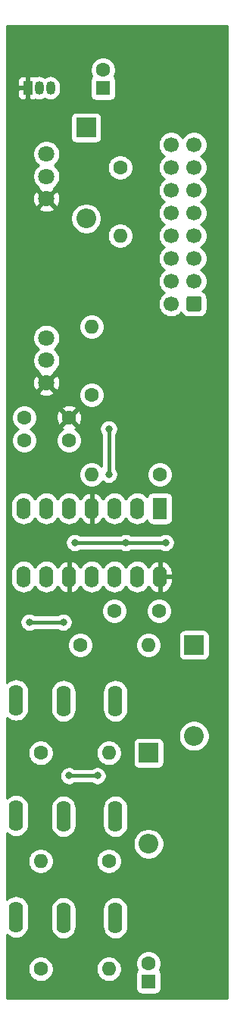
<source format=gbr>
G04 #@! TF.GenerationSoftware,KiCad,Pcbnew,(5.1.9)-1*
G04 #@! TF.CreationDate,2021-05-08T11:48:20+02:00*
G04 #@! TF.ProjectId,APC Eurorack Main,41504320-4575-4726-9f72-61636b204d61,rev?*
G04 #@! TF.SameCoordinates,Original*
G04 #@! TF.FileFunction,Copper,L1,Top*
G04 #@! TF.FilePolarity,Positive*
%FSLAX46Y46*%
G04 Gerber Fmt 4.6, Leading zero omitted, Abs format (unit mm)*
G04 Created by KiCad (PCBNEW (5.1.9)-1) date 2021-05-08 11:48:20*
%MOMM*%
%LPD*%
G01*
G04 APERTURE LIST*
G04 #@! TA.AperFunction,ComponentPad*
%ADD10O,1.600000X1.600000*%
G04 #@! TD*
G04 #@! TA.AperFunction,ComponentPad*
%ADD11C,1.600000*%
G04 #@! TD*
G04 #@! TA.AperFunction,ComponentPad*
%ADD12C,1.800000*%
G04 #@! TD*
G04 #@! TA.AperFunction,ComponentPad*
%ADD13O,1.600000X3.500000*%
G04 #@! TD*
G04 #@! TA.AperFunction,ComponentPad*
%ADD14C,1.700000*%
G04 #@! TD*
G04 #@! TA.AperFunction,ComponentPad*
%ADD15O,1.600000X2.400000*%
G04 #@! TD*
G04 #@! TA.AperFunction,ComponentPad*
%ADD16R,1.600000X2.400000*%
G04 #@! TD*
G04 #@! TA.AperFunction,ComponentPad*
%ADD17R,1.050000X1.500000*%
G04 #@! TD*
G04 #@! TA.AperFunction,ComponentPad*
%ADD18O,1.050000X1.500000*%
G04 #@! TD*
G04 #@! TA.AperFunction,ComponentPad*
%ADD19O,2.200000X2.200000*%
G04 #@! TD*
G04 #@! TA.AperFunction,ComponentPad*
%ADD20R,2.200000X2.200000*%
G04 #@! TD*
G04 #@! TA.AperFunction,ComponentPad*
%ADD21R,1.600000X1.600000*%
G04 #@! TD*
G04 #@! TA.AperFunction,ViaPad*
%ADD22C,0.800000*%
G04 #@! TD*
G04 #@! TA.AperFunction,Conductor*
%ADD23C,0.400000*%
G04 #@! TD*
G04 #@! TA.AperFunction,Conductor*
%ADD24C,0.254000*%
G04 #@! TD*
G04 #@! TA.AperFunction,Conductor*
%ADD25C,0.100000*%
G04 #@! TD*
G04 APERTURE END LIST*
D10*
G04 #@! TO.P,R1,2*
G04 #@! TO.N,Net-(C1-Pad1)*
X10160000Y-50800000D03*
D11*
G04 #@! TO.P,R1,1*
G04 #@! TO.N,Net-(IC2-Pad1)*
X17780000Y-50800000D03*
G04 #@! TD*
D12*
G04 #@! TO.P,R11,1*
G04 #@! TO.N,Net-(R11-Pad1)*
X5080000Y-35560000D03*
G04 #@! TO.P,R11,2*
X5080000Y-38060000D03*
G04 #@! TO.P,R11,3*
G04 #@! TO.N,+VDC*
X5080000Y-40560000D03*
G04 #@! TD*
G04 #@! TO.P,R10,1*
G04 #@! TO.N,Net-(IC2-Pad1)*
X5080000Y-15000000D03*
G04 #@! TO.P,R10,2*
X5080000Y-17500000D03*
G04 #@! TO.P,R10,3*
G04 #@! TO.N,+VDC*
X5080000Y-20000000D03*
G04 #@! TD*
D13*
G04 #@! TO.P,J6,TN*
G04 #@! TO.N,N/C*
X12800000Y-76100000D03*
G04 #@! TO.P,J6,T*
G04 #@! TO.N,Net-(J6-PadT)*
X7000000Y-76100000D03*
G04 #@! TO.P,J6,S*
G04 #@! TO.N,GND*
X1700000Y-76000000D03*
G04 #@! TD*
G04 #@! TO.P,J5,TN*
G04 #@! TO.N,N/C*
X12800000Y-89000000D03*
G04 #@! TO.P,J5,T*
G04 #@! TO.N,Net-(J5-PadT)*
X7000000Y-89000000D03*
G04 #@! TO.P,J5,S*
G04 #@! TO.N,GND*
X1700000Y-88900000D03*
G04 #@! TD*
G04 #@! TO.P,J4,TN*
G04 #@! TO.N,N/C*
X12800000Y-100330000D03*
G04 #@! TO.P,J4,T*
G04 #@! TO.N,Net-(J4-PadT)*
X7000000Y-100330000D03*
G04 #@! TO.P,J4,S*
G04 #@! TO.N,GND*
X1700000Y-100230000D03*
G04 #@! TD*
D10*
G04 #@! TO.P,R9,2*
G04 #@! TO.N,Net-(R11-Pad1)*
X10160000Y-34290000D03*
D11*
G04 #@! TO.P,R9,1*
G04 #@! TO.N,Net-(C2-Pad1)*
X10160000Y-41910000D03*
G04 #@! TD*
D10*
G04 #@! TO.P,R8,2*
G04 #@! TO.N,Net-(D3-Pad1)*
X16510000Y-69850000D03*
D11*
G04 #@! TO.P,R8,1*
G04 #@! TO.N,Net-(J5-PadT)*
X8890000Y-69850000D03*
G04 #@! TD*
D10*
G04 #@! TO.P,R7,2*
G04 #@! TO.N,Net-(D2-Pad1)*
X12065000Y-81915000D03*
D11*
G04 #@! TO.P,R7,1*
G04 #@! TO.N,Net-(J6-PadT)*
X4445000Y-81915000D03*
G04 #@! TD*
D10*
G04 #@! TO.P,R4,2*
G04 #@! TO.N,Net-(C3-Pad2)*
X12065000Y-106045000D03*
D11*
G04 #@! TO.P,R4,1*
G04 #@! TO.N,Net-(J4-PadT)*
X4445000Y-106045000D03*
G04 #@! TD*
D10*
G04 #@! TO.P,R3,2*
G04 #@! TO.N,Net-(J4-PadT)*
X4445000Y-93980000D03*
D11*
G04 #@! TO.P,R3,1*
G04 #@! TO.N,GND*
X12065000Y-93980000D03*
G04 #@! TD*
D10*
G04 #@! TO.P,R2,2*
G04 #@! TO.N,+12V*
X13335000Y-24130000D03*
D11*
G04 #@! TO.P,R2,1*
G04 #@! TO.N,Net-(D1-Pad2)*
X13335000Y-16510000D03*
G04 #@! TD*
D14*
G04 #@! TO.P,J1,16*
G04 #@! TO.N,N/C*
X19050000Y-13970000D03*
G04 #@! TO.P,J1,14*
X19050000Y-16510000D03*
G04 #@! TO.P,J1,12*
X19050000Y-19050000D03*
G04 #@! TO.P,J1,10*
G04 #@! TO.N,+12V*
X19050000Y-21590000D03*
G04 #@! TO.P,J1,8*
G04 #@! TO.N,GND*
X19050000Y-24130000D03*
G04 #@! TO.P,J1,6*
X19050000Y-26670000D03*
G04 #@! TO.P,J1,4*
X19050000Y-29210000D03*
G04 #@! TO.P,J1,2*
G04 #@! TO.N,N/C*
X19050000Y-31750000D03*
G04 #@! TO.P,J1,15*
X21590000Y-13970000D03*
G04 #@! TO.P,J1,13*
X21590000Y-16510000D03*
G04 #@! TO.P,J1,11*
X21590000Y-19050000D03*
G04 #@! TO.P,J1,9*
G04 #@! TO.N,+12V*
X21590000Y-21590000D03*
G04 #@! TO.P,J1,7*
G04 #@! TO.N,GND*
X21590000Y-24130000D03*
G04 #@! TO.P,J1,5*
X21590000Y-26670000D03*
G04 #@! TO.P,J1,3*
X21590000Y-29210000D03*
G04 #@! TO.P,J1,1*
G04 #@! TO.N,N/C*
G04 #@! TA.AperFunction,ComponentPad*
G36*
G01*
X22440000Y-31150000D02*
X22440000Y-32350000D01*
G75*
G02*
X22190000Y-32600000I-250000J0D01*
G01*
X20990000Y-32600000D01*
G75*
G02*
X20740000Y-32350000I0J250000D01*
G01*
X20740000Y-31150000D01*
G75*
G02*
X20990000Y-30900000I250000J0D01*
G01*
X22190000Y-30900000D01*
G75*
G02*
X22440000Y-31150000I0J-250000D01*
G01*
G37*
G04 #@! TD.AperFunction*
G04 #@! TD*
D15*
G04 #@! TO.P,IC2,14*
G04 #@! TO.N,+VDC*
X17780000Y-62230000D03*
G04 #@! TO.P,IC2,7*
G04 #@! TO.N,GND*
X2540000Y-54610000D03*
G04 #@! TO.P,IC2,13*
G04 #@! TO.N,Net-(C2-Pad1)*
X15240000Y-62230000D03*
G04 #@! TO.P,IC2,6*
G04 #@! TO.N,Net-(C1-Pad1)*
X5080000Y-54610000D03*
G04 #@! TO.P,IC2,12*
G04 #@! TO.N,Net-(C2-Pad1)*
X12700000Y-62230000D03*
G04 #@! TO.P,IC2,5*
G04 #@! TO.N,Net-(IC2-Pad5)*
X7620000Y-54610000D03*
G04 #@! TO.P,IC2,11*
G04 #@! TO.N,Net-(D3-Pad1)*
X10160000Y-62230000D03*
G04 #@! TO.P,IC2,4*
G04 #@! TO.N,+VDC*
X10160000Y-54610000D03*
G04 #@! TO.P,IC2,10*
X7620000Y-62230000D03*
G04 #@! TO.P,IC2,3*
G04 #@! TO.N,Net-(D2-Pad1)*
X12700000Y-54610000D03*
G04 #@! TO.P,IC2,9*
G04 #@! TO.N,Net-(C3-Pad1)*
X5080000Y-62230000D03*
G04 #@! TO.P,IC2,2*
G04 #@! TO.N,Net-(C1-Pad1)*
X15240000Y-54610000D03*
G04 #@! TO.P,IC2,8*
G04 #@! TO.N,Net-(IC2-Pad5)*
X2540000Y-62230000D03*
D16*
G04 #@! TO.P,IC2,1*
G04 #@! TO.N,Net-(IC2-Pad1)*
X17780000Y-54610000D03*
G04 #@! TD*
D17*
G04 #@! TO.P,IC1,1*
G04 #@! TO.N,+VDC*
X3000000Y-7620000D03*
D18*
G04 #@! TO.P,IC1,3*
G04 #@! TO.N,Net-(C5-Pad1)*
X5540000Y-7620000D03*
G04 #@! TO.P,IC1,2*
G04 #@! TO.N,GND*
X4270000Y-7620000D03*
G04 #@! TD*
D19*
G04 #@! TO.P,D3,2*
G04 #@! TO.N,GND*
X21590000Y-80010000D03*
D20*
G04 #@! TO.P,D3,1*
G04 #@! TO.N,Net-(D3-Pad1)*
X21590000Y-69850000D03*
G04 #@! TD*
D19*
G04 #@! TO.P,D2,2*
G04 #@! TO.N,GND*
X16510000Y-92075000D03*
D20*
G04 #@! TO.P,D2,1*
G04 #@! TO.N,Net-(D2-Pad1)*
X16510000Y-81915000D03*
G04 #@! TD*
D19*
G04 #@! TO.P,D1,2*
G04 #@! TO.N,Net-(D1-Pad2)*
X9525000Y-22225000D03*
D20*
G04 #@! TO.P,D1,1*
G04 #@! TO.N,Net-(C5-Pad1)*
X9525000Y-12065000D03*
G04 #@! TD*
D11*
G04 #@! TO.P,C5,2*
G04 #@! TO.N,GND*
X11430000Y-5620000D03*
D21*
G04 #@! TO.P,C5,1*
G04 #@! TO.N,Net-(C5-Pad1)*
X11430000Y-7620000D03*
G04 #@! TD*
D11*
G04 #@! TO.P,C4,2*
G04 #@! TO.N,GND*
X2620000Y-44450000D03*
G04 #@! TO.P,C4,1*
G04 #@! TO.N,+VDC*
X7620000Y-44450000D03*
G04 #@! TD*
G04 #@! TO.P,C3,2*
G04 #@! TO.N,Net-(C3-Pad2)*
X16510000Y-105410000D03*
D21*
G04 #@! TO.P,C3,1*
G04 #@! TO.N,Net-(C3-Pad1)*
X16510000Y-107410000D03*
G04 #@! TD*
D11*
G04 #@! TO.P,C2,2*
G04 #@! TO.N,GND*
X17700000Y-66040000D03*
G04 #@! TO.P,C2,1*
G04 #@! TO.N,Net-(C2-Pad1)*
X12700000Y-66040000D03*
G04 #@! TD*
G04 #@! TO.P,C1,2*
G04 #@! TO.N,GND*
X2620000Y-46990000D03*
G04 #@! TO.P,C1,1*
G04 #@! TO.N,Net-(C1-Pad1)*
X7620000Y-46990000D03*
G04 #@! TD*
D22*
G04 #@! TO.N,GND*
X3175000Y-67310000D03*
X6985000Y-67310000D03*
X18415000Y-58420000D03*
X13970000Y-58420000D03*
X8255000Y-58420000D03*
X12065000Y-45720000D03*
X12065000Y-50800000D03*
X10795000Y-84455000D03*
X7620000Y-84455000D03*
G04 #@! TD*
D23*
G04 #@! TO.N,GND*
X3175000Y-67310000D02*
X6985000Y-67310000D01*
X18415000Y-58420000D02*
X13970000Y-58420000D01*
X13970000Y-58420000D02*
X8255000Y-58420000D01*
X12065000Y-45720000D02*
X12065000Y-50800000D01*
X10795000Y-84455000D02*
X7620000Y-84455000D01*
G04 #@! TD*
D24*
G04 #@! TO.N,+VDC*
X25340001Y-109340000D02*
X660000Y-109340000D01*
X660000Y-105903665D01*
X3010000Y-105903665D01*
X3010000Y-106186335D01*
X3065147Y-106463574D01*
X3173320Y-106724727D01*
X3330363Y-106959759D01*
X3530241Y-107159637D01*
X3765273Y-107316680D01*
X4026426Y-107424853D01*
X4303665Y-107480000D01*
X4586335Y-107480000D01*
X4863574Y-107424853D01*
X5124727Y-107316680D01*
X5359759Y-107159637D01*
X5559637Y-106959759D01*
X5716680Y-106724727D01*
X5824853Y-106463574D01*
X5880000Y-106186335D01*
X5880000Y-105903665D01*
X10630000Y-105903665D01*
X10630000Y-106186335D01*
X10685147Y-106463574D01*
X10793320Y-106724727D01*
X10950363Y-106959759D01*
X11150241Y-107159637D01*
X11385273Y-107316680D01*
X11646426Y-107424853D01*
X11923665Y-107480000D01*
X12206335Y-107480000D01*
X12483574Y-107424853D01*
X12744727Y-107316680D01*
X12979759Y-107159637D01*
X13179637Y-106959759D01*
X13336680Y-106724727D01*
X13384201Y-106610000D01*
X15071928Y-106610000D01*
X15071928Y-108210000D01*
X15084188Y-108334482D01*
X15120498Y-108454180D01*
X15179463Y-108564494D01*
X15258815Y-108661185D01*
X15355506Y-108740537D01*
X15465820Y-108799502D01*
X15585518Y-108835812D01*
X15710000Y-108848072D01*
X17310000Y-108848072D01*
X17434482Y-108835812D01*
X17554180Y-108799502D01*
X17664494Y-108740537D01*
X17761185Y-108661185D01*
X17840537Y-108564494D01*
X17899502Y-108454180D01*
X17935812Y-108334482D01*
X17948072Y-108210000D01*
X17948072Y-106610000D01*
X17935812Y-106485518D01*
X17899502Y-106365820D01*
X17840537Y-106255506D01*
X17761185Y-106158815D01*
X17744607Y-106145210D01*
X17781680Y-106089727D01*
X17889853Y-105828574D01*
X17945000Y-105551335D01*
X17945000Y-105268665D01*
X17889853Y-104991426D01*
X17781680Y-104730273D01*
X17624637Y-104495241D01*
X17424759Y-104295363D01*
X17189727Y-104138320D01*
X16928574Y-104030147D01*
X16651335Y-103975000D01*
X16368665Y-103975000D01*
X16091426Y-104030147D01*
X15830273Y-104138320D01*
X15595241Y-104295363D01*
X15395363Y-104495241D01*
X15238320Y-104730273D01*
X15130147Y-104991426D01*
X15075000Y-105268665D01*
X15075000Y-105551335D01*
X15130147Y-105828574D01*
X15238320Y-106089727D01*
X15275393Y-106145210D01*
X15258815Y-106158815D01*
X15179463Y-106255506D01*
X15120498Y-106365820D01*
X15084188Y-106485518D01*
X15071928Y-106610000D01*
X13384201Y-106610000D01*
X13444853Y-106463574D01*
X13500000Y-106186335D01*
X13500000Y-105903665D01*
X13444853Y-105626426D01*
X13336680Y-105365273D01*
X13179637Y-105130241D01*
X12979759Y-104930363D01*
X12744727Y-104773320D01*
X12483574Y-104665147D01*
X12206335Y-104610000D01*
X11923665Y-104610000D01*
X11646426Y-104665147D01*
X11385273Y-104773320D01*
X11150241Y-104930363D01*
X10950363Y-105130241D01*
X10793320Y-105365273D01*
X10685147Y-105626426D01*
X10630000Y-105903665D01*
X5880000Y-105903665D01*
X5824853Y-105626426D01*
X5716680Y-105365273D01*
X5559637Y-105130241D01*
X5359759Y-104930363D01*
X5124727Y-104773320D01*
X4863574Y-104665147D01*
X4586335Y-104610000D01*
X4303665Y-104610000D01*
X4026426Y-104665147D01*
X3765273Y-104773320D01*
X3530241Y-104930363D01*
X3330363Y-105130241D01*
X3173320Y-105365273D01*
X3065147Y-105626426D01*
X3010000Y-105903665D01*
X660000Y-105903665D01*
X660000Y-102174759D01*
X680393Y-102199608D01*
X898900Y-102378932D01*
X1148193Y-102512182D01*
X1418692Y-102594236D01*
X1700000Y-102621943D01*
X1981309Y-102594236D01*
X2251808Y-102512182D01*
X2501101Y-102378932D01*
X2719608Y-102199608D01*
X2898932Y-101981101D01*
X3032182Y-101731808D01*
X3114236Y-101461309D01*
X3135000Y-101250492D01*
X3135000Y-99309509D01*
X5565000Y-99309509D01*
X5565001Y-101350492D01*
X5585765Y-101561309D01*
X5667819Y-101831808D01*
X5801069Y-102081101D01*
X5980393Y-102299608D01*
X6198900Y-102478932D01*
X6448193Y-102612182D01*
X6718692Y-102694236D01*
X7000000Y-102721943D01*
X7281309Y-102694236D01*
X7551808Y-102612182D01*
X7801101Y-102478932D01*
X8019608Y-102299608D01*
X8198932Y-102081101D01*
X8332182Y-101831808D01*
X8414236Y-101561309D01*
X8435000Y-101350492D01*
X8435000Y-99309509D01*
X11365000Y-99309509D01*
X11365001Y-101350492D01*
X11385765Y-101561309D01*
X11467819Y-101831808D01*
X11601069Y-102081101D01*
X11780393Y-102299608D01*
X11998900Y-102478932D01*
X12248193Y-102612182D01*
X12518692Y-102694236D01*
X12800000Y-102721943D01*
X13081309Y-102694236D01*
X13351808Y-102612182D01*
X13601101Y-102478932D01*
X13819608Y-102299608D01*
X13998932Y-102081101D01*
X14132182Y-101831808D01*
X14214236Y-101561309D01*
X14235000Y-101350492D01*
X14235000Y-99309508D01*
X14214236Y-99098691D01*
X14132182Y-98828192D01*
X13998932Y-98578899D01*
X13819607Y-98360392D01*
X13601100Y-98181068D01*
X13351807Y-98047818D01*
X13081308Y-97965764D01*
X12800000Y-97938057D01*
X12518691Y-97965764D01*
X12248192Y-98047818D01*
X11998899Y-98181068D01*
X11780392Y-98360393D01*
X11601068Y-98578900D01*
X11467818Y-98828193D01*
X11385764Y-99098692D01*
X11365000Y-99309509D01*
X8435000Y-99309509D01*
X8435000Y-99309508D01*
X8414236Y-99098691D01*
X8332182Y-98828192D01*
X8198932Y-98578899D01*
X8019607Y-98360392D01*
X7801100Y-98181068D01*
X7551807Y-98047818D01*
X7281308Y-97965764D01*
X7000000Y-97938057D01*
X6718691Y-97965764D01*
X6448192Y-98047818D01*
X6198899Y-98181068D01*
X5980392Y-98360393D01*
X5801068Y-98578900D01*
X5667818Y-98828193D01*
X5585764Y-99098692D01*
X5565000Y-99309509D01*
X3135000Y-99309509D01*
X3135000Y-99209508D01*
X3114236Y-98998691D01*
X3032182Y-98728192D01*
X2898932Y-98478899D01*
X2719607Y-98260392D01*
X2501100Y-98081068D01*
X2251807Y-97947818D01*
X1981308Y-97865764D01*
X1700000Y-97838057D01*
X1418691Y-97865764D01*
X1148192Y-97947818D01*
X898899Y-98081068D01*
X680392Y-98260393D01*
X660000Y-98285241D01*
X660000Y-93838665D01*
X3010000Y-93838665D01*
X3010000Y-94121335D01*
X3065147Y-94398574D01*
X3173320Y-94659727D01*
X3330363Y-94894759D01*
X3530241Y-95094637D01*
X3765273Y-95251680D01*
X4026426Y-95359853D01*
X4303665Y-95415000D01*
X4586335Y-95415000D01*
X4863574Y-95359853D01*
X5124727Y-95251680D01*
X5359759Y-95094637D01*
X5559637Y-94894759D01*
X5716680Y-94659727D01*
X5824853Y-94398574D01*
X5880000Y-94121335D01*
X5880000Y-93838665D01*
X10630000Y-93838665D01*
X10630000Y-94121335D01*
X10685147Y-94398574D01*
X10793320Y-94659727D01*
X10950363Y-94894759D01*
X11150241Y-95094637D01*
X11385273Y-95251680D01*
X11646426Y-95359853D01*
X11923665Y-95415000D01*
X12206335Y-95415000D01*
X12483574Y-95359853D01*
X12744727Y-95251680D01*
X12979759Y-95094637D01*
X13179637Y-94894759D01*
X13336680Y-94659727D01*
X13444853Y-94398574D01*
X13500000Y-94121335D01*
X13500000Y-93838665D01*
X13444853Y-93561426D01*
X13336680Y-93300273D01*
X13179637Y-93065241D01*
X12979759Y-92865363D01*
X12744727Y-92708320D01*
X12483574Y-92600147D01*
X12206335Y-92545000D01*
X11923665Y-92545000D01*
X11646426Y-92600147D01*
X11385273Y-92708320D01*
X11150241Y-92865363D01*
X10950363Y-93065241D01*
X10793320Y-93300273D01*
X10685147Y-93561426D01*
X10630000Y-93838665D01*
X5880000Y-93838665D01*
X5824853Y-93561426D01*
X5716680Y-93300273D01*
X5559637Y-93065241D01*
X5359759Y-92865363D01*
X5124727Y-92708320D01*
X4863574Y-92600147D01*
X4586335Y-92545000D01*
X4303665Y-92545000D01*
X4026426Y-92600147D01*
X3765273Y-92708320D01*
X3530241Y-92865363D01*
X3330363Y-93065241D01*
X3173320Y-93300273D01*
X3065147Y-93561426D01*
X3010000Y-93838665D01*
X660000Y-93838665D01*
X660000Y-91904117D01*
X14775000Y-91904117D01*
X14775000Y-92245883D01*
X14841675Y-92581081D01*
X14972463Y-92896831D01*
X15162337Y-93180998D01*
X15404002Y-93422663D01*
X15688169Y-93612537D01*
X16003919Y-93743325D01*
X16339117Y-93810000D01*
X16680883Y-93810000D01*
X17016081Y-93743325D01*
X17331831Y-93612537D01*
X17615998Y-93422663D01*
X17857663Y-93180998D01*
X18047537Y-92896831D01*
X18178325Y-92581081D01*
X18245000Y-92245883D01*
X18245000Y-91904117D01*
X18178325Y-91568919D01*
X18047537Y-91253169D01*
X17857663Y-90969002D01*
X17615998Y-90727337D01*
X17331831Y-90537463D01*
X17016081Y-90406675D01*
X16680883Y-90340000D01*
X16339117Y-90340000D01*
X16003919Y-90406675D01*
X15688169Y-90537463D01*
X15404002Y-90727337D01*
X15162337Y-90969002D01*
X14972463Y-91253169D01*
X14841675Y-91568919D01*
X14775000Y-91904117D01*
X660000Y-91904117D01*
X660000Y-90844759D01*
X680393Y-90869608D01*
X898900Y-91048932D01*
X1148193Y-91182182D01*
X1418692Y-91264236D01*
X1700000Y-91291943D01*
X1981309Y-91264236D01*
X2251808Y-91182182D01*
X2501101Y-91048932D01*
X2719608Y-90869608D01*
X2898932Y-90651101D01*
X3032182Y-90401808D01*
X3114236Y-90131309D01*
X3135000Y-89920492D01*
X3135000Y-87979509D01*
X5565000Y-87979509D01*
X5565001Y-90020492D01*
X5585765Y-90231309D01*
X5667819Y-90501808D01*
X5801069Y-90751101D01*
X5980393Y-90969608D01*
X6198900Y-91148932D01*
X6448193Y-91282182D01*
X6718692Y-91364236D01*
X7000000Y-91391943D01*
X7281309Y-91364236D01*
X7551808Y-91282182D01*
X7801101Y-91148932D01*
X8019608Y-90969608D01*
X8198932Y-90751101D01*
X8332182Y-90501808D01*
X8414236Y-90231309D01*
X8435000Y-90020492D01*
X8435000Y-87979509D01*
X11365000Y-87979509D01*
X11365001Y-90020492D01*
X11385765Y-90231309D01*
X11467819Y-90501808D01*
X11601069Y-90751101D01*
X11780393Y-90969608D01*
X11998900Y-91148932D01*
X12248193Y-91282182D01*
X12518692Y-91364236D01*
X12800000Y-91391943D01*
X13081309Y-91364236D01*
X13351808Y-91282182D01*
X13601101Y-91148932D01*
X13819608Y-90969608D01*
X13998932Y-90751101D01*
X14132182Y-90501808D01*
X14214236Y-90231309D01*
X14235000Y-90020492D01*
X14235000Y-87979508D01*
X14214236Y-87768691D01*
X14132182Y-87498192D01*
X13998932Y-87248899D01*
X13819607Y-87030392D01*
X13601100Y-86851068D01*
X13351807Y-86717818D01*
X13081308Y-86635764D01*
X12800000Y-86608057D01*
X12518691Y-86635764D01*
X12248192Y-86717818D01*
X11998899Y-86851068D01*
X11780392Y-87030393D01*
X11601068Y-87248900D01*
X11467818Y-87498193D01*
X11385764Y-87768692D01*
X11365000Y-87979509D01*
X8435000Y-87979509D01*
X8435000Y-87979508D01*
X8414236Y-87768691D01*
X8332182Y-87498192D01*
X8198932Y-87248899D01*
X8019607Y-87030392D01*
X7801100Y-86851068D01*
X7551807Y-86717818D01*
X7281308Y-86635764D01*
X7000000Y-86608057D01*
X6718691Y-86635764D01*
X6448192Y-86717818D01*
X6198899Y-86851068D01*
X5980392Y-87030393D01*
X5801068Y-87248900D01*
X5667818Y-87498193D01*
X5585764Y-87768692D01*
X5565000Y-87979509D01*
X3135000Y-87979509D01*
X3135000Y-87879508D01*
X3114236Y-87668691D01*
X3032182Y-87398192D01*
X2898932Y-87148899D01*
X2719607Y-86930392D01*
X2501100Y-86751068D01*
X2251807Y-86617818D01*
X1981308Y-86535764D01*
X1700000Y-86508057D01*
X1418691Y-86535764D01*
X1148192Y-86617818D01*
X898899Y-86751068D01*
X680392Y-86930393D01*
X660000Y-86955241D01*
X660000Y-84353061D01*
X6585000Y-84353061D01*
X6585000Y-84556939D01*
X6624774Y-84756898D01*
X6702795Y-84945256D01*
X6816063Y-85114774D01*
X6960226Y-85258937D01*
X7129744Y-85372205D01*
X7318102Y-85450226D01*
X7518061Y-85490000D01*
X7721939Y-85490000D01*
X7921898Y-85450226D01*
X8110256Y-85372205D01*
X8233285Y-85290000D01*
X10181715Y-85290000D01*
X10304744Y-85372205D01*
X10493102Y-85450226D01*
X10693061Y-85490000D01*
X10896939Y-85490000D01*
X11096898Y-85450226D01*
X11285256Y-85372205D01*
X11454774Y-85258937D01*
X11598937Y-85114774D01*
X11712205Y-84945256D01*
X11790226Y-84756898D01*
X11830000Y-84556939D01*
X11830000Y-84353061D01*
X11790226Y-84153102D01*
X11712205Y-83964744D01*
X11598937Y-83795226D01*
X11454774Y-83651063D01*
X11285256Y-83537795D01*
X11096898Y-83459774D01*
X10896939Y-83420000D01*
X10693061Y-83420000D01*
X10493102Y-83459774D01*
X10304744Y-83537795D01*
X10181715Y-83620000D01*
X8233285Y-83620000D01*
X8110256Y-83537795D01*
X7921898Y-83459774D01*
X7721939Y-83420000D01*
X7518061Y-83420000D01*
X7318102Y-83459774D01*
X7129744Y-83537795D01*
X6960226Y-83651063D01*
X6816063Y-83795226D01*
X6702795Y-83964744D01*
X6624774Y-84153102D01*
X6585000Y-84353061D01*
X660000Y-84353061D01*
X660000Y-81773665D01*
X3010000Y-81773665D01*
X3010000Y-82056335D01*
X3065147Y-82333574D01*
X3173320Y-82594727D01*
X3330363Y-82829759D01*
X3530241Y-83029637D01*
X3765273Y-83186680D01*
X4026426Y-83294853D01*
X4303665Y-83350000D01*
X4586335Y-83350000D01*
X4863574Y-83294853D01*
X5124727Y-83186680D01*
X5359759Y-83029637D01*
X5559637Y-82829759D01*
X5716680Y-82594727D01*
X5824853Y-82333574D01*
X5880000Y-82056335D01*
X5880000Y-81773665D01*
X10630000Y-81773665D01*
X10630000Y-82056335D01*
X10685147Y-82333574D01*
X10793320Y-82594727D01*
X10950363Y-82829759D01*
X11150241Y-83029637D01*
X11385273Y-83186680D01*
X11646426Y-83294853D01*
X11923665Y-83350000D01*
X12206335Y-83350000D01*
X12483574Y-83294853D01*
X12744727Y-83186680D01*
X12979759Y-83029637D01*
X13179637Y-82829759D01*
X13336680Y-82594727D01*
X13444853Y-82333574D01*
X13500000Y-82056335D01*
X13500000Y-81773665D01*
X13444853Y-81496426D01*
X13336680Y-81235273D01*
X13179637Y-81000241D01*
X12994396Y-80815000D01*
X14771928Y-80815000D01*
X14771928Y-83015000D01*
X14784188Y-83139482D01*
X14820498Y-83259180D01*
X14879463Y-83369494D01*
X14958815Y-83466185D01*
X15055506Y-83545537D01*
X15165820Y-83604502D01*
X15285518Y-83640812D01*
X15410000Y-83653072D01*
X17610000Y-83653072D01*
X17734482Y-83640812D01*
X17854180Y-83604502D01*
X17964494Y-83545537D01*
X18061185Y-83466185D01*
X18140537Y-83369494D01*
X18199502Y-83259180D01*
X18235812Y-83139482D01*
X18248072Y-83015000D01*
X18248072Y-80815000D01*
X18235812Y-80690518D01*
X18199502Y-80570820D01*
X18140537Y-80460506D01*
X18061185Y-80363815D01*
X17964494Y-80284463D01*
X17854180Y-80225498D01*
X17734482Y-80189188D01*
X17610000Y-80176928D01*
X15410000Y-80176928D01*
X15285518Y-80189188D01*
X15165820Y-80225498D01*
X15055506Y-80284463D01*
X14958815Y-80363815D01*
X14879463Y-80460506D01*
X14820498Y-80570820D01*
X14784188Y-80690518D01*
X14771928Y-80815000D01*
X12994396Y-80815000D01*
X12979759Y-80800363D01*
X12744727Y-80643320D01*
X12483574Y-80535147D01*
X12206335Y-80480000D01*
X11923665Y-80480000D01*
X11646426Y-80535147D01*
X11385273Y-80643320D01*
X11150241Y-80800363D01*
X10950363Y-81000241D01*
X10793320Y-81235273D01*
X10685147Y-81496426D01*
X10630000Y-81773665D01*
X5880000Y-81773665D01*
X5824853Y-81496426D01*
X5716680Y-81235273D01*
X5559637Y-81000241D01*
X5359759Y-80800363D01*
X5124727Y-80643320D01*
X4863574Y-80535147D01*
X4586335Y-80480000D01*
X4303665Y-80480000D01*
X4026426Y-80535147D01*
X3765273Y-80643320D01*
X3530241Y-80800363D01*
X3330363Y-81000241D01*
X3173320Y-81235273D01*
X3065147Y-81496426D01*
X3010000Y-81773665D01*
X660000Y-81773665D01*
X660000Y-79839117D01*
X19855000Y-79839117D01*
X19855000Y-80180883D01*
X19921675Y-80516081D01*
X20052463Y-80831831D01*
X20242337Y-81115998D01*
X20484002Y-81357663D01*
X20768169Y-81547537D01*
X21083919Y-81678325D01*
X21419117Y-81745000D01*
X21760883Y-81745000D01*
X22096081Y-81678325D01*
X22411831Y-81547537D01*
X22695998Y-81357663D01*
X22937663Y-81115998D01*
X23127537Y-80831831D01*
X23258325Y-80516081D01*
X23325000Y-80180883D01*
X23325000Y-79839117D01*
X23258325Y-79503919D01*
X23127537Y-79188169D01*
X22937663Y-78904002D01*
X22695998Y-78662337D01*
X22411831Y-78472463D01*
X22096081Y-78341675D01*
X21760883Y-78275000D01*
X21419117Y-78275000D01*
X21083919Y-78341675D01*
X20768169Y-78472463D01*
X20484002Y-78662337D01*
X20242337Y-78904002D01*
X20052463Y-79188169D01*
X19921675Y-79503919D01*
X19855000Y-79839117D01*
X660000Y-79839117D01*
X660000Y-77944759D01*
X680393Y-77969608D01*
X898900Y-78148932D01*
X1148193Y-78282182D01*
X1418692Y-78364236D01*
X1700000Y-78391943D01*
X1981309Y-78364236D01*
X2251808Y-78282182D01*
X2501101Y-78148932D01*
X2719608Y-77969608D01*
X2898932Y-77751101D01*
X3032182Y-77501808D01*
X3114236Y-77231309D01*
X3135000Y-77020492D01*
X3135000Y-75079509D01*
X5565000Y-75079509D01*
X5565001Y-77120492D01*
X5585765Y-77331309D01*
X5667819Y-77601808D01*
X5801069Y-77851101D01*
X5980393Y-78069608D01*
X6198900Y-78248932D01*
X6448193Y-78382182D01*
X6718692Y-78464236D01*
X7000000Y-78491943D01*
X7281309Y-78464236D01*
X7551808Y-78382182D01*
X7801101Y-78248932D01*
X8019608Y-78069608D01*
X8198932Y-77851101D01*
X8332182Y-77601808D01*
X8414236Y-77331309D01*
X8435000Y-77120492D01*
X8435000Y-75079509D01*
X11365000Y-75079509D01*
X11365001Y-77120492D01*
X11385765Y-77331309D01*
X11467819Y-77601808D01*
X11601069Y-77851101D01*
X11780393Y-78069608D01*
X11998900Y-78248932D01*
X12248193Y-78382182D01*
X12518692Y-78464236D01*
X12800000Y-78491943D01*
X13081309Y-78464236D01*
X13351808Y-78382182D01*
X13601101Y-78248932D01*
X13819608Y-78069608D01*
X13998932Y-77851101D01*
X14132182Y-77601808D01*
X14214236Y-77331309D01*
X14235000Y-77120492D01*
X14235000Y-75079508D01*
X14214236Y-74868691D01*
X14132182Y-74598192D01*
X13998932Y-74348899D01*
X13819607Y-74130392D01*
X13601100Y-73951068D01*
X13351807Y-73817818D01*
X13081308Y-73735764D01*
X12800000Y-73708057D01*
X12518691Y-73735764D01*
X12248192Y-73817818D01*
X11998899Y-73951068D01*
X11780392Y-74130393D01*
X11601068Y-74348900D01*
X11467818Y-74598193D01*
X11385764Y-74868692D01*
X11365000Y-75079509D01*
X8435000Y-75079509D01*
X8435000Y-75079508D01*
X8414236Y-74868691D01*
X8332182Y-74598192D01*
X8198932Y-74348899D01*
X8019607Y-74130392D01*
X7801100Y-73951068D01*
X7551807Y-73817818D01*
X7281308Y-73735764D01*
X7000000Y-73708057D01*
X6718691Y-73735764D01*
X6448192Y-73817818D01*
X6198899Y-73951068D01*
X5980392Y-74130393D01*
X5801068Y-74348900D01*
X5667818Y-74598193D01*
X5585764Y-74868692D01*
X5565000Y-75079509D01*
X3135000Y-75079509D01*
X3135000Y-74979508D01*
X3114236Y-74768691D01*
X3032182Y-74498192D01*
X2898932Y-74248899D01*
X2719607Y-74030392D01*
X2501100Y-73851068D01*
X2251807Y-73717818D01*
X1981308Y-73635764D01*
X1700000Y-73608057D01*
X1418691Y-73635764D01*
X1148192Y-73717818D01*
X898899Y-73851068D01*
X680392Y-74030393D01*
X660000Y-74055241D01*
X660000Y-69708665D01*
X7455000Y-69708665D01*
X7455000Y-69991335D01*
X7510147Y-70268574D01*
X7618320Y-70529727D01*
X7775363Y-70764759D01*
X7975241Y-70964637D01*
X8210273Y-71121680D01*
X8471426Y-71229853D01*
X8748665Y-71285000D01*
X9031335Y-71285000D01*
X9308574Y-71229853D01*
X9569727Y-71121680D01*
X9804759Y-70964637D01*
X10004637Y-70764759D01*
X10161680Y-70529727D01*
X10269853Y-70268574D01*
X10325000Y-69991335D01*
X10325000Y-69708665D01*
X15075000Y-69708665D01*
X15075000Y-69991335D01*
X15130147Y-70268574D01*
X15238320Y-70529727D01*
X15395363Y-70764759D01*
X15595241Y-70964637D01*
X15830273Y-71121680D01*
X16091426Y-71229853D01*
X16368665Y-71285000D01*
X16651335Y-71285000D01*
X16928574Y-71229853D01*
X17189727Y-71121680D01*
X17424759Y-70964637D01*
X17624637Y-70764759D01*
X17781680Y-70529727D01*
X17889853Y-70268574D01*
X17945000Y-69991335D01*
X17945000Y-69708665D01*
X17889853Y-69431426D01*
X17781680Y-69170273D01*
X17624637Y-68935241D01*
X17439396Y-68750000D01*
X19851928Y-68750000D01*
X19851928Y-70950000D01*
X19864188Y-71074482D01*
X19900498Y-71194180D01*
X19959463Y-71304494D01*
X20038815Y-71401185D01*
X20135506Y-71480537D01*
X20245820Y-71539502D01*
X20365518Y-71575812D01*
X20490000Y-71588072D01*
X22690000Y-71588072D01*
X22814482Y-71575812D01*
X22934180Y-71539502D01*
X23044494Y-71480537D01*
X23141185Y-71401185D01*
X23220537Y-71304494D01*
X23279502Y-71194180D01*
X23315812Y-71074482D01*
X23328072Y-70950000D01*
X23328072Y-68750000D01*
X23315812Y-68625518D01*
X23279502Y-68505820D01*
X23220537Y-68395506D01*
X23141185Y-68298815D01*
X23044494Y-68219463D01*
X22934180Y-68160498D01*
X22814482Y-68124188D01*
X22690000Y-68111928D01*
X20490000Y-68111928D01*
X20365518Y-68124188D01*
X20245820Y-68160498D01*
X20135506Y-68219463D01*
X20038815Y-68298815D01*
X19959463Y-68395506D01*
X19900498Y-68505820D01*
X19864188Y-68625518D01*
X19851928Y-68750000D01*
X17439396Y-68750000D01*
X17424759Y-68735363D01*
X17189727Y-68578320D01*
X16928574Y-68470147D01*
X16651335Y-68415000D01*
X16368665Y-68415000D01*
X16091426Y-68470147D01*
X15830273Y-68578320D01*
X15595241Y-68735363D01*
X15395363Y-68935241D01*
X15238320Y-69170273D01*
X15130147Y-69431426D01*
X15075000Y-69708665D01*
X10325000Y-69708665D01*
X10269853Y-69431426D01*
X10161680Y-69170273D01*
X10004637Y-68935241D01*
X9804759Y-68735363D01*
X9569727Y-68578320D01*
X9308574Y-68470147D01*
X9031335Y-68415000D01*
X8748665Y-68415000D01*
X8471426Y-68470147D01*
X8210273Y-68578320D01*
X7975241Y-68735363D01*
X7775363Y-68935241D01*
X7618320Y-69170273D01*
X7510147Y-69431426D01*
X7455000Y-69708665D01*
X660000Y-69708665D01*
X660000Y-67208061D01*
X2140000Y-67208061D01*
X2140000Y-67411939D01*
X2179774Y-67611898D01*
X2257795Y-67800256D01*
X2371063Y-67969774D01*
X2515226Y-68113937D01*
X2684744Y-68227205D01*
X2873102Y-68305226D01*
X3073061Y-68345000D01*
X3276939Y-68345000D01*
X3476898Y-68305226D01*
X3665256Y-68227205D01*
X3788285Y-68145000D01*
X6371715Y-68145000D01*
X6494744Y-68227205D01*
X6683102Y-68305226D01*
X6883061Y-68345000D01*
X7086939Y-68345000D01*
X7286898Y-68305226D01*
X7475256Y-68227205D01*
X7644774Y-68113937D01*
X7788937Y-67969774D01*
X7902205Y-67800256D01*
X7980226Y-67611898D01*
X8020000Y-67411939D01*
X8020000Y-67208061D01*
X7980226Y-67008102D01*
X7902205Y-66819744D01*
X7788937Y-66650226D01*
X7644774Y-66506063D01*
X7475256Y-66392795D01*
X7286898Y-66314774D01*
X7086939Y-66275000D01*
X6883061Y-66275000D01*
X6683102Y-66314774D01*
X6494744Y-66392795D01*
X6371715Y-66475000D01*
X3788285Y-66475000D01*
X3665256Y-66392795D01*
X3476898Y-66314774D01*
X3276939Y-66275000D01*
X3073061Y-66275000D01*
X2873102Y-66314774D01*
X2684744Y-66392795D01*
X2515226Y-66506063D01*
X2371063Y-66650226D01*
X2257795Y-66819744D01*
X2179774Y-67008102D01*
X2140000Y-67208061D01*
X660000Y-67208061D01*
X660000Y-65898665D01*
X11265000Y-65898665D01*
X11265000Y-66181335D01*
X11320147Y-66458574D01*
X11428320Y-66719727D01*
X11585363Y-66954759D01*
X11785241Y-67154637D01*
X12020273Y-67311680D01*
X12281426Y-67419853D01*
X12558665Y-67475000D01*
X12841335Y-67475000D01*
X13118574Y-67419853D01*
X13379727Y-67311680D01*
X13614759Y-67154637D01*
X13814637Y-66954759D01*
X13971680Y-66719727D01*
X14079853Y-66458574D01*
X14135000Y-66181335D01*
X14135000Y-65898665D01*
X16265000Y-65898665D01*
X16265000Y-66181335D01*
X16320147Y-66458574D01*
X16428320Y-66719727D01*
X16585363Y-66954759D01*
X16785241Y-67154637D01*
X17020273Y-67311680D01*
X17281426Y-67419853D01*
X17558665Y-67475000D01*
X17841335Y-67475000D01*
X18118574Y-67419853D01*
X18379727Y-67311680D01*
X18614759Y-67154637D01*
X18814637Y-66954759D01*
X18971680Y-66719727D01*
X19079853Y-66458574D01*
X19135000Y-66181335D01*
X19135000Y-65898665D01*
X19079853Y-65621426D01*
X18971680Y-65360273D01*
X18814637Y-65125241D01*
X18614759Y-64925363D01*
X18379727Y-64768320D01*
X18118574Y-64660147D01*
X17841335Y-64605000D01*
X17558665Y-64605000D01*
X17281426Y-64660147D01*
X17020273Y-64768320D01*
X16785241Y-64925363D01*
X16585363Y-65125241D01*
X16428320Y-65360273D01*
X16320147Y-65621426D01*
X16265000Y-65898665D01*
X14135000Y-65898665D01*
X14079853Y-65621426D01*
X13971680Y-65360273D01*
X13814637Y-65125241D01*
X13614759Y-64925363D01*
X13379727Y-64768320D01*
X13118574Y-64660147D01*
X12841335Y-64605000D01*
X12558665Y-64605000D01*
X12281426Y-64660147D01*
X12020273Y-64768320D01*
X11785241Y-64925363D01*
X11585363Y-65125241D01*
X11428320Y-65360273D01*
X11320147Y-65621426D01*
X11265000Y-65898665D01*
X660000Y-65898665D01*
X660000Y-61759508D01*
X1105000Y-61759508D01*
X1105000Y-62700491D01*
X1125764Y-62911308D01*
X1207818Y-63181807D01*
X1341068Y-63431100D01*
X1520392Y-63649607D01*
X1738899Y-63828932D01*
X1988192Y-63962182D01*
X2258691Y-64044236D01*
X2540000Y-64071943D01*
X2821308Y-64044236D01*
X3091807Y-63962182D01*
X3341100Y-63828932D01*
X3559607Y-63649608D01*
X3738932Y-63431101D01*
X3810000Y-63298142D01*
X3881068Y-63431100D01*
X4060392Y-63649607D01*
X4278899Y-63828932D01*
X4528192Y-63962182D01*
X4798691Y-64044236D01*
X5080000Y-64071943D01*
X5361308Y-64044236D01*
X5631807Y-63962182D01*
X5881100Y-63828932D01*
X6099607Y-63649608D01*
X6278932Y-63431101D01*
X6347265Y-63303259D01*
X6497399Y-63532839D01*
X6695105Y-63734500D01*
X6928354Y-63893715D01*
X7188182Y-64004367D01*
X7270961Y-64021904D01*
X7493000Y-63899915D01*
X7493000Y-62357000D01*
X7473000Y-62357000D01*
X7473000Y-62103000D01*
X7493000Y-62103000D01*
X7493000Y-60560085D01*
X7747000Y-60560085D01*
X7747000Y-62103000D01*
X7767000Y-62103000D01*
X7767000Y-62357000D01*
X7747000Y-62357000D01*
X7747000Y-63899915D01*
X7969039Y-64021904D01*
X8051818Y-64004367D01*
X8311646Y-63893715D01*
X8544895Y-63734500D01*
X8742601Y-63532839D01*
X8892735Y-63303258D01*
X8961068Y-63431100D01*
X9140392Y-63649607D01*
X9358899Y-63828932D01*
X9608192Y-63962182D01*
X9878691Y-64044236D01*
X10160000Y-64071943D01*
X10441308Y-64044236D01*
X10711807Y-63962182D01*
X10961100Y-63828932D01*
X11179607Y-63649608D01*
X11358932Y-63431101D01*
X11430000Y-63298142D01*
X11501068Y-63431100D01*
X11680392Y-63649607D01*
X11898899Y-63828932D01*
X12148192Y-63962182D01*
X12418691Y-64044236D01*
X12700000Y-64071943D01*
X12981308Y-64044236D01*
X13251807Y-63962182D01*
X13501100Y-63828932D01*
X13719607Y-63649608D01*
X13898932Y-63431101D01*
X13970000Y-63298142D01*
X14041068Y-63431100D01*
X14220392Y-63649607D01*
X14438899Y-63828932D01*
X14688192Y-63962182D01*
X14958691Y-64044236D01*
X15240000Y-64071943D01*
X15521308Y-64044236D01*
X15791807Y-63962182D01*
X16041100Y-63828932D01*
X16259607Y-63649608D01*
X16438932Y-63431101D01*
X16507265Y-63303259D01*
X16657399Y-63532839D01*
X16855105Y-63734500D01*
X17088354Y-63893715D01*
X17348182Y-64004367D01*
X17430961Y-64021904D01*
X17653000Y-63899915D01*
X17653000Y-62357000D01*
X17907000Y-62357000D01*
X17907000Y-63899915D01*
X18129039Y-64021904D01*
X18211818Y-64004367D01*
X18471646Y-63893715D01*
X18704895Y-63734500D01*
X18902601Y-63532839D01*
X19057166Y-63296483D01*
X19162650Y-63034514D01*
X19215000Y-62757000D01*
X19215000Y-62357000D01*
X17907000Y-62357000D01*
X17653000Y-62357000D01*
X17633000Y-62357000D01*
X17633000Y-62103000D01*
X17653000Y-62103000D01*
X17653000Y-60560085D01*
X17907000Y-60560085D01*
X17907000Y-62103000D01*
X19215000Y-62103000D01*
X19215000Y-61703000D01*
X19162650Y-61425486D01*
X19057166Y-61163517D01*
X18902601Y-60927161D01*
X18704895Y-60725500D01*
X18471646Y-60566285D01*
X18211818Y-60455633D01*
X18129039Y-60438096D01*
X17907000Y-60560085D01*
X17653000Y-60560085D01*
X17430961Y-60438096D01*
X17348182Y-60455633D01*
X17088354Y-60566285D01*
X16855105Y-60725500D01*
X16657399Y-60927161D01*
X16507265Y-61156741D01*
X16438932Y-61028899D01*
X16259608Y-60810392D01*
X16041101Y-60631068D01*
X15791808Y-60497818D01*
X15521309Y-60415764D01*
X15240000Y-60388057D01*
X14958692Y-60415764D01*
X14688193Y-60497818D01*
X14438900Y-60631068D01*
X14220393Y-60810392D01*
X14041068Y-61028899D01*
X13970000Y-61161858D01*
X13898932Y-61028899D01*
X13719608Y-60810392D01*
X13501101Y-60631068D01*
X13251808Y-60497818D01*
X12981309Y-60415764D01*
X12700000Y-60388057D01*
X12418692Y-60415764D01*
X12148193Y-60497818D01*
X11898900Y-60631068D01*
X11680393Y-60810392D01*
X11501068Y-61028899D01*
X11430000Y-61161858D01*
X11358932Y-61028899D01*
X11179608Y-60810392D01*
X10961101Y-60631068D01*
X10711808Y-60497818D01*
X10441309Y-60415764D01*
X10160000Y-60388057D01*
X9878692Y-60415764D01*
X9608193Y-60497818D01*
X9358900Y-60631068D01*
X9140393Y-60810392D01*
X8961068Y-61028899D01*
X8892735Y-61156741D01*
X8742601Y-60927161D01*
X8544895Y-60725500D01*
X8311646Y-60566285D01*
X8051818Y-60455633D01*
X7969039Y-60438096D01*
X7747000Y-60560085D01*
X7493000Y-60560085D01*
X7270961Y-60438096D01*
X7188182Y-60455633D01*
X6928354Y-60566285D01*
X6695105Y-60725500D01*
X6497399Y-60927161D01*
X6347265Y-61156741D01*
X6278932Y-61028899D01*
X6099608Y-60810392D01*
X5881101Y-60631068D01*
X5631808Y-60497818D01*
X5361309Y-60415764D01*
X5080000Y-60388057D01*
X4798692Y-60415764D01*
X4528193Y-60497818D01*
X4278900Y-60631068D01*
X4060393Y-60810392D01*
X3881068Y-61028899D01*
X3810000Y-61161858D01*
X3738932Y-61028899D01*
X3559608Y-60810392D01*
X3341101Y-60631068D01*
X3091808Y-60497818D01*
X2821309Y-60415764D01*
X2540000Y-60388057D01*
X2258692Y-60415764D01*
X1988193Y-60497818D01*
X1738900Y-60631068D01*
X1520393Y-60810392D01*
X1341068Y-61028899D01*
X1207818Y-61278192D01*
X1125764Y-61548691D01*
X1105000Y-61759508D01*
X660000Y-61759508D01*
X660000Y-58318061D01*
X7220000Y-58318061D01*
X7220000Y-58521939D01*
X7259774Y-58721898D01*
X7337795Y-58910256D01*
X7451063Y-59079774D01*
X7595226Y-59223937D01*
X7764744Y-59337205D01*
X7953102Y-59415226D01*
X8153061Y-59455000D01*
X8356939Y-59455000D01*
X8556898Y-59415226D01*
X8745256Y-59337205D01*
X8868285Y-59255000D01*
X13356715Y-59255000D01*
X13479744Y-59337205D01*
X13668102Y-59415226D01*
X13868061Y-59455000D01*
X14071939Y-59455000D01*
X14271898Y-59415226D01*
X14460256Y-59337205D01*
X14583285Y-59255000D01*
X17801715Y-59255000D01*
X17924744Y-59337205D01*
X18113102Y-59415226D01*
X18313061Y-59455000D01*
X18516939Y-59455000D01*
X18716898Y-59415226D01*
X18905256Y-59337205D01*
X19074774Y-59223937D01*
X19218937Y-59079774D01*
X19332205Y-58910256D01*
X19410226Y-58721898D01*
X19450000Y-58521939D01*
X19450000Y-58318061D01*
X19410226Y-58118102D01*
X19332205Y-57929744D01*
X19218937Y-57760226D01*
X19074774Y-57616063D01*
X18905256Y-57502795D01*
X18716898Y-57424774D01*
X18516939Y-57385000D01*
X18313061Y-57385000D01*
X18113102Y-57424774D01*
X17924744Y-57502795D01*
X17801715Y-57585000D01*
X14583285Y-57585000D01*
X14460256Y-57502795D01*
X14271898Y-57424774D01*
X14071939Y-57385000D01*
X13868061Y-57385000D01*
X13668102Y-57424774D01*
X13479744Y-57502795D01*
X13356715Y-57585000D01*
X8868285Y-57585000D01*
X8745256Y-57502795D01*
X8556898Y-57424774D01*
X8356939Y-57385000D01*
X8153061Y-57385000D01*
X7953102Y-57424774D01*
X7764744Y-57502795D01*
X7595226Y-57616063D01*
X7451063Y-57760226D01*
X7337795Y-57929744D01*
X7259774Y-58118102D01*
X7220000Y-58318061D01*
X660000Y-58318061D01*
X660000Y-54139508D01*
X1105000Y-54139508D01*
X1105000Y-55080491D01*
X1125764Y-55291308D01*
X1207818Y-55561807D01*
X1341068Y-55811100D01*
X1520392Y-56029607D01*
X1738899Y-56208932D01*
X1988192Y-56342182D01*
X2258691Y-56424236D01*
X2540000Y-56451943D01*
X2821308Y-56424236D01*
X3091807Y-56342182D01*
X3341100Y-56208932D01*
X3559607Y-56029608D01*
X3738932Y-55811101D01*
X3810000Y-55678142D01*
X3881068Y-55811100D01*
X4060392Y-56029607D01*
X4278899Y-56208932D01*
X4528192Y-56342182D01*
X4798691Y-56424236D01*
X5080000Y-56451943D01*
X5361308Y-56424236D01*
X5631807Y-56342182D01*
X5881100Y-56208932D01*
X6099607Y-56029608D01*
X6278932Y-55811101D01*
X6350000Y-55678142D01*
X6421068Y-55811100D01*
X6600392Y-56029607D01*
X6818899Y-56208932D01*
X7068192Y-56342182D01*
X7338691Y-56424236D01*
X7620000Y-56451943D01*
X7901308Y-56424236D01*
X8171807Y-56342182D01*
X8421100Y-56208932D01*
X8639607Y-56029608D01*
X8818932Y-55811101D01*
X8887265Y-55683259D01*
X9037399Y-55912839D01*
X9235105Y-56114500D01*
X9468354Y-56273715D01*
X9728182Y-56384367D01*
X9810961Y-56401904D01*
X10033000Y-56279915D01*
X10033000Y-54737000D01*
X10013000Y-54737000D01*
X10013000Y-54483000D01*
X10033000Y-54483000D01*
X10033000Y-52940085D01*
X10287000Y-52940085D01*
X10287000Y-54483000D01*
X10307000Y-54483000D01*
X10307000Y-54737000D01*
X10287000Y-54737000D01*
X10287000Y-56279915D01*
X10509039Y-56401904D01*
X10591818Y-56384367D01*
X10851646Y-56273715D01*
X11084895Y-56114500D01*
X11282601Y-55912839D01*
X11432735Y-55683258D01*
X11501068Y-55811100D01*
X11680392Y-56029607D01*
X11898899Y-56208932D01*
X12148192Y-56342182D01*
X12418691Y-56424236D01*
X12700000Y-56451943D01*
X12981308Y-56424236D01*
X13251807Y-56342182D01*
X13501100Y-56208932D01*
X13719607Y-56029608D01*
X13898932Y-55811101D01*
X13970000Y-55678142D01*
X14041068Y-55811100D01*
X14220392Y-56029607D01*
X14438899Y-56208932D01*
X14688192Y-56342182D01*
X14958691Y-56424236D01*
X15240000Y-56451943D01*
X15521308Y-56424236D01*
X15791807Y-56342182D01*
X16041100Y-56208932D01*
X16259607Y-56029608D01*
X16352419Y-55916517D01*
X16354188Y-55934482D01*
X16390498Y-56054180D01*
X16449463Y-56164494D01*
X16528815Y-56261185D01*
X16625506Y-56340537D01*
X16735820Y-56399502D01*
X16855518Y-56435812D01*
X16980000Y-56448072D01*
X18580000Y-56448072D01*
X18704482Y-56435812D01*
X18824180Y-56399502D01*
X18934494Y-56340537D01*
X19031185Y-56261185D01*
X19110537Y-56164494D01*
X19169502Y-56054180D01*
X19205812Y-55934482D01*
X19218072Y-55810000D01*
X19218072Y-53410000D01*
X19205812Y-53285518D01*
X19169502Y-53165820D01*
X19110537Y-53055506D01*
X19031185Y-52958815D01*
X18934494Y-52879463D01*
X18824180Y-52820498D01*
X18704482Y-52784188D01*
X18580000Y-52771928D01*
X16980000Y-52771928D01*
X16855518Y-52784188D01*
X16735820Y-52820498D01*
X16625506Y-52879463D01*
X16528815Y-52958815D01*
X16449463Y-53055506D01*
X16390498Y-53165820D01*
X16354188Y-53285518D01*
X16352419Y-53303482D01*
X16259608Y-53190392D01*
X16041101Y-53011068D01*
X15791808Y-52877818D01*
X15521309Y-52795764D01*
X15240000Y-52768057D01*
X14958692Y-52795764D01*
X14688193Y-52877818D01*
X14438900Y-53011068D01*
X14220393Y-53190392D01*
X14041068Y-53408899D01*
X13970000Y-53541858D01*
X13898932Y-53408899D01*
X13719608Y-53190392D01*
X13501101Y-53011068D01*
X13251808Y-52877818D01*
X12981309Y-52795764D01*
X12700000Y-52768057D01*
X12418692Y-52795764D01*
X12148193Y-52877818D01*
X11898900Y-53011068D01*
X11680393Y-53190392D01*
X11501068Y-53408899D01*
X11432735Y-53536741D01*
X11282601Y-53307161D01*
X11084895Y-53105500D01*
X10851646Y-52946285D01*
X10591818Y-52835633D01*
X10509039Y-52818096D01*
X10287000Y-52940085D01*
X10033000Y-52940085D01*
X9810961Y-52818096D01*
X9728182Y-52835633D01*
X9468354Y-52946285D01*
X9235105Y-53105500D01*
X9037399Y-53307161D01*
X8887265Y-53536741D01*
X8818932Y-53408899D01*
X8639608Y-53190392D01*
X8421101Y-53011068D01*
X8171808Y-52877818D01*
X7901309Y-52795764D01*
X7620000Y-52768057D01*
X7338692Y-52795764D01*
X7068193Y-52877818D01*
X6818900Y-53011068D01*
X6600393Y-53190392D01*
X6421068Y-53408899D01*
X6350000Y-53541858D01*
X6278932Y-53408899D01*
X6099608Y-53190392D01*
X5881101Y-53011068D01*
X5631808Y-52877818D01*
X5361309Y-52795764D01*
X5080000Y-52768057D01*
X4798692Y-52795764D01*
X4528193Y-52877818D01*
X4278900Y-53011068D01*
X4060393Y-53190392D01*
X3881068Y-53408899D01*
X3810000Y-53541858D01*
X3738932Y-53408899D01*
X3559608Y-53190392D01*
X3341101Y-53011068D01*
X3091808Y-52877818D01*
X2821309Y-52795764D01*
X2540000Y-52768057D01*
X2258692Y-52795764D01*
X1988193Y-52877818D01*
X1738900Y-53011068D01*
X1520393Y-53190392D01*
X1341068Y-53408899D01*
X1207818Y-53658192D01*
X1125764Y-53928691D01*
X1105000Y-54139508D01*
X660000Y-54139508D01*
X660000Y-50658665D01*
X8725000Y-50658665D01*
X8725000Y-50941335D01*
X8780147Y-51218574D01*
X8888320Y-51479727D01*
X9045363Y-51714759D01*
X9245241Y-51914637D01*
X9480273Y-52071680D01*
X9741426Y-52179853D01*
X10018665Y-52235000D01*
X10301335Y-52235000D01*
X10578574Y-52179853D01*
X10839727Y-52071680D01*
X11074759Y-51914637D01*
X11274637Y-51714759D01*
X11371333Y-51570044D01*
X11405226Y-51603937D01*
X11574744Y-51717205D01*
X11763102Y-51795226D01*
X11963061Y-51835000D01*
X12166939Y-51835000D01*
X12366898Y-51795226D01*
X12555256Y-51717205D01*
X12724774Y-51603937D01*
X12868937Y-51459774D01*
X12982205Y-51290256D01*
X13060226Y-51101898D01*
X13100000Y-50901939D01*
X13100000Y-50698061D01*
X13092164Y-50658665D01*
X16345000Y-50658665D01*
X16345000Y-50941335D01*
X16400147Y-51218574D01*
X16508320Y-51479727D01*
X16665363Y-51714759D01*
X16865241Y-51914637D01*
X17100273Y-52071680D01*
X17361426Y-52179853D01*
X17638665Y-52235000D01*
X17921335Y-52235000D01*
X18198574Y-52179853D01*
X18459727Y-52071680D01*
X18694759Y-51914637D01*
X18894637Y-51714759D01*
X19051680Y-51479727D01*
X19159853Y-51218574D01*
X19215000Y-50941335D01*
X19215000Y-50658665D01*
X19159853Y-50381426D01*
X19051680Y-50120273D01*
X18894637Y-49885241D01*
X18694759Y-49685363D01*
X18459727Y-49528320D01*
X18198574Y-49420147D01*
X17921335Y-49365000D01*
X17638665Y-49365000D01*
X17361426Y-49420147D01*
X17100273Y-49528320D01*
X16865241Y-49685363D01*
X16665363Y-49885241D01*
X16508320Y-50120273D01*
X16400147Y-50381426D01*
X16345000Y-50658665D01*
X13092164Y-50658665D01*
X13060226Y-50498102D01*
X12982205Y-50309744D01*
X12900000Y-50186715D01*
X12900000Y-46333285D01*
X12982205Y-46210256D01*
X13060226Y-46021898D01*
X13100000Y-45821939D01*
X13100000Y-45618061D01*
X13060226Y-45418102D01*
X12982205Y-45229744D01*
X12868937Y-45060226D01*
X12724774Y-44916063D01*
X12555256Y-44802795D01*
X12366898Y-44724774D01*
X12166939Y-44685000D01*
X11963061Y-44685000D01*
X11763102Y-44724774D01*
X11574744Y-44802795D01*
X11405226Y-44916063D01*
X11261063Y-45060226D01*
X11147795Y-45229744D01*
X11069774Y-45418102D01*
X11030000Y-45618061D01*
X11030000Y-45821939D01*
X11069774Y-46021898D01*
X11147795Y-46210256D01*
X11230000Y-46333285D01*
X11230001Y-49840605D01*
X11074759Y-49685363D01*
X10839727Y-49528320D01*
X10578574Y-49420147D01*
X10301335Y-49365000D01*
X10018665Y-49365000D01*
X9741426Y-49420147D01*
X9480273Y-49528320D01*
X9245241Y-49685363D01*
X9045363Y-49885241D01*
X8888320Y-50120273D01*
X8780147Y-50381426D01*
X8725000Y-50658665D01*
X660000Y-50658665D01*
X660000Y-44308665D01*
X1185000Y-44308665D01*
X1185000Y-44591335D01*
X1240147Y-44868574D01*
X1348320Y-45129727D01*
X1505363Y-45364759D01*
X1705241Y-45564637D01*
X1937759Y-45720000D01*
X1705241Y-45875363D01*
X1505363Y-46075241D01*
X1348320Y-46310273D01*
X1240147Y-46571426D01*
X1185000Y-46848665D01*
X1185000Y-47131335D01*
X1240147Y-47408574D01*
X1348320Y-47669727D01*
X1505363Y-47904759D01*
X1705241Y-48104637D01*
X1940273Y-48261680D01*
X2201426Y-48369853D01*
X2478665Y-48425000D01*
X2761335Y-48425000D01*
X3038574Y-48369853D01*
X3299727Y-48261680D01*
X3534759Y-48104637D01*
X3734637Y-47904759D01*
X3891680Y-47669727D01*
X3999853Y-47408574D01*
X4055000Y-47131335D01*
X4055000Y-46848665D01*
X6185000Y-46848665D01*
X6185000Y-47131335D01*
X6240147Y-47408574D01*
X6348320Y-47669727D01*
X6505363Y-47904759D01*
X6705241Y-48104637D01*
X6940273Y-48261680D01*
X7201426Y-48369853D01*
X7478665Y-48425000D01*
X7761335Y-48425000D01*
X8038574Y-48369853D01*
X8299727Y-48261680D01*
X8534759Y-48104637D01*
X8734637Y-47904759D01*
X8891680Y-47669727D01*
X8999853Y-47408574D01*
X9055000Y-47131335D01*
X9055000Y-46848665D01*
X8999853Y-46571426D01*
X8891680Y-46310273D01*
X8734637Y-46075241D01*
X8534759Y-45875363D01*
X8300872Y-45719085D01*
X8361514Y-45686671D01*
X8433097Y-45442702D01*
X7620000Y-44629605D01*
X6806903Y-45442702D01*
X6878486Y-45686671D01*
X6942992Y-45717194D01*
X6940273Y-45718320D01*
X6705241Y-45875363D01*
X6505363Y-46075241D01*
X6348320Y-46310273D01*
X6240147Y-46571426D01*
X6185000Y-46848665D01*
X4055000Y-46848665D01*
X3999853Y-46571426D01*
X3891680Y-46310273D01*
X3734637Y-46075241D01*
X3534759Y-45875363D01*
X3302241Y-45720000D01*
X3534759Y-45564637D01*
X3734637Y-45364759D01*
X3891680Y-45129727D01*
X3999853Y-44868574D01*
X4055000Y-44591335D01*
X4055000Y-44520512D01*
X6179783Y-44520512D01*
X6221213Y-44800130D01*
X6316397Y-45066292D01*
X6383329Y-45191514D01*
X6627298Y-45263097D01*
X7440395Y-44450000D01*
X7799605Y-44450000D01*
X8612702Y-45263097D01*
X8856671Y-45191514D01*
X8977571Y-44936004D01*
X9046300Y-44661816D01*
X9060217Y-44379488D01*
X9018787Y-44099870D01*
X8923603Y-43833708D01*
X8856671Y-43708486D01*
X8612702Y-43636903D01*
X7799605Y-44450000D01*
X7440395Y-44450000D01*
X6627298Y-43636903D01*
X6383329Y-43708486D01*
X6262429Y-43963996D01*
X6193700Y-44238184D01*
X6179783Y-44520512D01*
X4055000Y-44520512D01*
X4055000Y-44308665D01*
X3999853Y-44031426D01*
X3891680Y-43770273D01*
X3734637Y-43535241D01*
X3656694Y-43457298D01*
X6806903Y-43457298D01*
X7620000Y-44270395D01*
X8433097Y-43457298D01*
X8361514Y-43213329D01*
X8106004Y-43092429D01*
X7831816Y-43023700D01*
X7549488Y-43009783D01*
X7269870Y-43051213D01*
X7003708Y-43146397D01*
X6878486Y-43213329D01*
X6806903Y-43457298D01*
X3656694Y-43457298D01*
X3534759Y-43335363D01*
X3299727Y-43178320D01*
X3038574Y-43070147D01*
X2761335Y-43015000D01*
X2478665Y-43015000D01*
X2201426Y-43070147D01*
X1940273Y-43178320D01*
X1705241Y-43335363D01*
X1505363Y-43535241D01*
X1348320Y-43770273D01*
X1240147Y-44031426D01*
X1185000Y-44308665D01*
X660000Y-44308665D01*
X660000Y-41624080D01*
X4195525Y-41624080D01*
X4279208Y-41878261D01*
X4551775Y-42009158D01*
X4844642Y-42084365D01*
X5146553Y-42100991D01*
X5445907Y-42058397D01*
X5731199Y-41958222D01*
X5880792Y-41878261D01*
X5916873Y-41768665D01*
X8725000Y-41768665D01*
X8725000Y-42051335D01*
X8780147Y-42328574D01*
X8888320Y-42589727D01*
X9045363Y-42824759D01*
X9245241Y-43024637D01*
X9480273Y-43181680D01*
X9741426Y-43289853D01*
X10018665Y-43345000D01*
X10301335Y-43345000D01*
X10578574Y-43289853D01*
X10839727Y-43181680D01*
X11074759Y-43024637D01*
X11274637Y-42824759D01*
X11431680Y-42589727D01*
X11539853Y-42328574D01*
X11595000Y-42051335D01*
X11595000Y-41768665D01*
X11539853Y-41491426D01*
X11431680Y-41230273D01*
X11274637Y-40995241D01*
X11074759Y-40795363D01*
X10839727Y-40638320D01*
X10578574Y-40530147D01*
X10301335Y-40475000D01*
X10018665Y-40475000D01*
X9741426Y-40530147D01*
X9480273Y-40638320D01*
X9245241Y-40795363D01*
X9045363Y-40995241D01*
X8888320Y-41230273D01*
X8780147Y-41491426D01*
X8725000Y-41768665D01*
X5916873Y-41768665D01*
X5964475Y-41624080D01*
X5080000Y-40739605D01*
X4195525Y-41624080D01*
X660000Y-41624080D01*
X660000Y-40626553D01*
X3539009Y-40626553D01*
X3581603Y-40925907D01*
X3681778Y-41211199D01*
X3761739Y-41360792D01*
X4015920Y-41444475D01*
X4900395Y-40560000D01*
X5259605Y-40560000D01*
X6144080Y-41444475D01*
X6398261Y-41360792D01*
X6529158Y-41088225D01*
X6604365Y-40795358D01*
X6620991Y-40493447D01*
X6578397Y-40194093D01*
X6478222Y-39908801D01*
X6398261Y-39759208D01*
X6144080Y-39675525D01*
X5259605Y-40560000D01*
X4900395Y-40560000D01*
X4015920Y-39675525D01*
X3761739Y-39759208D01*
X3630842Y-40031775D01*
X3555635Y-40324642D01*
X3539009Y-40626553D01*
X660000Y-40626553D01*
X660000Y-35408816D01*
X3545000Y-35408816D01*
X3545000Y-35711184D01*
X3603989Y-36007743D01*
X3719701Y-36287095D01*
X3887688Y-36538505D01*
X4101495Y-36752312D01*
X4187831Y-36810000D01*
X4101495Y-36867688D01*
X3887688Y-37081495D01*
X3719701Y-37332905D01*
X3603989Y-37612257D01*
X3545000Y-37908816D01*
X3545000Y-38211184D01*
X3603989Y-38507743D01*
X3719701Y-38787095D01*
X3887688Y-39038505D01*
X4101495Y-39252312D01*
X4244310Y-39347738D01*
X4195525Y-39495920D01*
X5080000Y-40380395D01*
X5964475Y-39495920D01*
X5915690Y-39347738D01*
X6058505Y-39252312D01*
X6272312Y-39038505D01*
X6440299Y-38787095D01*
X6556011Y-38507743D01*
X6615000Y-38211184D01*
X6615000Y-37908816D01*
X6556011Y-37612257D01*
X6440299Y-37332905D01*
X6272312Y-37081495D01*
X6058505Y-36867688D01*
X5972169Y-36810000D01*
X6058505Y-36752312D01*
X6272312Y-36538505D01*
X6440299Y-36287095D01*
X6556011Y-36007743D01*
X6615000Y-35711184D01*
X6615000Y-35408816D01*
X6556011Y-35112257D01*
X6440299Y-34832905D01*
X6272312Y-34581495D01*
X6058505Y-34367688D01*
X5807095Y-34199701D01*
X5683884Y-34148665D01*
X8725000Y-34148665D01*
X8725000Y-34431335D01*
X8780147Y-34708574D01*
X8888320Y-34969727D01*
X9045363Y-35204759D01*
X9245241Y-35404637D01*
X9480273Y-35561680D01*
X9741426Y-35669853D01*
X10018665Y-35725000D01*
X10301335Y-35725000D01*
X10578574Y-35669853D01*
X10839727Y-35561680D01*
X11074759Y-35404637D01*
X11274637Y-35204759D01*
X11431680Y-34969727D01*
X11539853Y-34708574D01*
X11595000Y-34431335D01*
X11595000Y-34148665D01*
X11539853Y-33871426D01*
X11431680Y-33610273D01*
X11274637Y-33375241D01*
X11074759Y-33175363D01*
X10839727Y-33018320D01*
X10578574Y-32910147D01*
X10301335Y-32855000D01*
X10018665Y-32855000D01*
X9741426Y-32910147D01*
X9480273Y-33018320D01*
X9245241Y-33175363D01*
X9045363Y-33375241D01*
X8888320Y-33610273D01*
X8780147Y-33871426D01*
X8725000Y-34148665D01*
X5683884Y-34148665D01*
X5527743Y-34083989D01*
X5231184Y-34025000D01*
X4928816Y-34025000D01*
X4632257Y-34083989D01*
X4352905Y-34199701D01*
X4101495Y-34367688D01*
X3887688Y-34581495D01*
X3719701Y-34832905D01*
X3603989Y-35112257D01*
X3545000Y-35408816D01*
X660000Y-35408816D01*
X660000Y-23988665D01*
X11900000Y-23988665D01*
X11900000Y-24271335D01*
X11955147Y-24548574D01*
X12063320Y-24809727D01*
X12220363Y-25044759D01*
X12420241Y-25244637D01*
X12655273Y-25401680D01*
X12916426Y-25509853D01*
X13193665Y-25565000D01*
X13476335Y-25565000D01*
X13753574Y-25509853D01*
X14014727Y-25401680D01*
X14249759Y-25244637D01*
X14449637Y-25044759D01*
X14606680Y-24809727D01*
X14714853Y-24548574D01*
X14770000Y-24271335D01*
X14770000Y-23988665D01*
X14714853Y-23711426D01*
X14606680Y-23450273D01*
X14449637Y-23215241D01*
X14249759Y-23015363D01*
X14014727Y-22858320D01*
X13753574Y-22750147D01*
X13476335Y-22695000D01*
X13193665Y-22695000D01*
X12916426Y-22750147D01*
X12655273Y-22858320D01*
X12420241Y-23015363D01*
X12220363Y-23215241D01*
X12063320Y-23450273D01*
X11955147Y-23711426D01*
X11900000Y-23988665D01*
X660000Y-23988665D01*
X660000Y-22054117D01*
X7790000Y-22054117D01*
X7790000Y-22395883D01*
X7856675Y-22731081D01*
X7987463Y-23046831D01*
X8177337Y-23330998D01*
X8419002Y-23572663D01*
X8703169Y-23762537D01*
X9018919Y-23893325D01*
X9354117Y-23960000D01*
X9695883Y-23960000D01*
X10031081Y-23893325D01*
X10346831Y-23762537D01*
X10630998Y-23572663D01*
X10872663Y-23330998D01*
X11062537Y-23046831D01*
X11193325Y-22731081D01*
X11260000Y-22395883D01*
X11260000Y-22054117D01*
X11193325Y-21718919D01*
X11062537Y-21403169D01*
X10872663Y-21119002D01*
X10630998Y-20877337D01*
X10346831Y-20687463D01*
X10031081Y-20556675D01*
X9695883Y-20490000D01*
X9354117Y-20490000D01*
X9018919Y-20556675D01*
X8703169Y-20687463D01*
X8419002Y-20877337D01*
X8177337Y-21119002D01*
X7987463Y-21403169D01*
X7856675Y-21718919D01*
X7790000Y-22054117D01*
X660000Y-22054117D01*
X660000Y-21064080D01*
X4195525Y-21064080D01*
X4279208Y-21318261D01*
X4551775Y-21449158D01*
X4844642Y-21524365D01*
X5146553Y-21540991D01*
X5445907Y-21498397D01*
X5731199Y-21398222D01*
X5880792Y-21318261D01*
X5964475Y-21064080D01*
X5080000Y-20179605D01*
X4195525Y-21064080D01*
X660000Y-21064080D01*
X660000Y-20066553D01*
X3539009Y-20066553D01*
X3581603Y-20365907D01*
X3681778Y-20651199D01*
X3761739Y-20800792D01*
X4015920Y-20884475D01*
X4900395Y-20000000D01*
X5259605Y-20000000D01*
X6144080Y-20884475D01*
X6398261Y-20800792D01*
X6529158Y-20528225D01*
X6604365Y-20235358D01*
X6620991Y-19933447D01*
X6578397Y-19634093D01*
X6478222Y-19348801D01*
X6398261Y-19199208D01*
X6144080Y-19115525D01*
X5259605Y-20000000D01*
X4900395Y-20000000D01*
X4015920Y-19115525D01*
X3761739Y-19199208D01*
X3630842Y-19471775D01*
X3555635Y-19764642D01*
X3539009Y-20066553D01*
X660000Y-20066553D01*
X660000Y-14848816D01*
X3545000Y-14848816D01*
X3545000Y-15151184D01*
X3603989Y-15447743D01*
X3719701Y-15727095D01*
X3887688Y-15978505D01*
X4101495Y-16192312D01*
X4187831Y-16250000D01*
X4101495Y-16307688D01*
X3887688Y-16521495D01*
X3719701Y-16772905D01*
X3603989Y-17052257D01*
X3545000Y-17348816D01*
X3545000Y-17651184D01*
X3603989Y-17947743D01*
X3719701Y-18227095D01*
X3887688Y-18478505D01*
X4101495Y-18692312D01*
X4244310Y-18787738D01*
X4195525Y-18935920D01*
X5080000Y-19820395D01*
X5964475Y-18935920D01*
X5915690Y-18787738D01*
X6058505Y-18692312D01*
X6272312Y-18478505D01*
X6440299Y-18227095D01*
X6556011Y-17947743D01*
X6615000Y-17651184D01*
X6615000Y-17348816D01*
X6556011Y-17052257D01*
X6440299Y-16772905D01*
X6272312Y-16521495D01*
X6119482Y-16368665D01*
X11900000Y-16368665D01*
X11900000Y-16651335D01*
X11955147Y-16928574D01*
X12063320Y-17189727D01*
X12220363Y-17424759D01*
X12420241Y-17624637D01*
X12655273Y-17781680D01*
X12916426Y-17889853D01*
X13193665Y-17945000D01*
X13476335Y-17945000D01*
X13753574Y-17889853D01*
X14014727Y-17781680D01*
X14249759Y-17624637D01*
X14449637Y-17424759D01*
X14606680Y-17189727D01*
X14714853Y-16928574D01*
X14770000Y-16651335D01*
X14770000Y-16368665D01*
X14714853Y-16091426D01*
X14606680Y-15830273D01*
X14449637Y-15595241D01*
X14249759Y-15395363D01*
X14014727Y-15238320D01*
X13753574Y-15130147D01*
X13476335Y-15075000D01*
X13193665Y-15075000D01*
X12916426Y-15130147D01*
X12655273Y-15238320D01*
X12420241Y-15395363D01*
X12220363Y-15595241D01*
X12063320Y-15830273D01*
X11955147Y-16091426D01*
X11900000Y-16368665D01*
X6119482Y-16368665D01*
X6058505Y-16307688D01*
X5972169Y-16250000D01*
X6058505Y-16192312D01*
X6272312Y-15978505D01*
X6440299Y-15727095D01*
X6556011Y-15447743D01*
X6615000Y-15151184D01*
X6615000Y-14848816D01*
X6556011Y-14552257D01*
X6440299Y-14272905D01*
X6272312Y-14021495D01*
X6074557Y-13823740D01*
X17565000Y-13823740D01*
X17565000Y-14116260D01*
X17622068Y-14403158D01*
X17734010Y-14673411D01*
X17896525Y-14916632D01*
X18103368Y-15123475D01*
X18277760Y-15240000D01*
X18103368Y-15356525D01*
X17896525Y-15563368D01*
X17734010Y-15806589D01*
X17622068Y-16076842D01*
X17565000Y-16363740D01*
X17565000Y-16656260D01*
X17622068Y-16943158D01*
X17734010Y-17213411D01*
X17896525Y-17456632D01*
X18103368Y-17663475D01*
X18277760Y-17780000D01*
X18103368Y-17896525D01*
X17896525Y-18103368D01*
X17734010Y-18346589D01*
X17622068Y-18616842D01*
X17565000Y-18903740D01*
X17565000Y-19196260D01*
X17622068Y-19483158D01*
X17734010Y-19753411D01*
X17896525Y-19996632D01*
X18103368Y-20203475D01*
X18277760Y-20320000D01*
X18103368Y-20436525D01*
X17896525Y-20643368D01*
X17734010Y-20886589D01*
X17622068Y-21156842D01*
X17565000Y-21443740D01*
X17565000Y-21736260D01*
X17622068Y-22023158D01*
X17734010Y-22293411D01*
X17896525Y-22536632D01*
X18103368Y-22743475D01*
X18277760Y-22860000D01*
X18103368Y-22976525D01*
X17896525Y-23183368D01*
X17734010Y-23426589D01*
X17622068Y-23696842D01*
X17565000Y-23983740D01*
X17565000Y-24276260D01*
X17622068Y-24563158D01*
X17734010Y-24833411D01*
X17896525Y-25076632D01*
X18103368Y-25283475D01*
X18277760Y-25400000D01*
X18103368Y-25516525D01*
X17896525Y-25723368D01*
X17734010Y-25966589D01*
X17622068Y-26236842D01*
X17565000Y-26523740D01*
X17565000Y-26816260D01*
X17622068Y-27103158D01*
X17734010Y-27373411D01*
X17896525Y-27616632D01*
X18103368Y-27823475D01*
X18277760Y-27940000D01*
X18103368Y-28056525D01*
X17896525Y-28263368D01*
X17734010Y-28506589D01*
X17622068Y-28776842D01*
X17565000Y-29063740D01*
X17565000Y-29356260D01*
X17622068Y-29643158D01*
X17734010Y-29913411D01*
X17896525Y-30156632D01*
X18103368Y-30363475D01*
X18277760Y-30480000D01*
X18103368Y-30596525D01*
X17896525Y-30803368D01*
X17734010Y-31046589D01*
X17622068Y-31316842D01*
X17565000Y-31603740D01*
X17565000Y-31896260D01*
X17622068Y-32183158D01*
X17734010Y-32453411D01*
X17896525Y-32696632D01*
X18103368Y-32903475D01*
X18346589Y-33065990D01*
X18616842Y-33177932D01*
X18903740Y-33235000D01*
X19196260Y-33235000D01*
X19483158Y-33177932D01*
X19753411Y-33065990D01*
X19996632Y-32903475D01*
X20183715Y-32716392D01*
X20251595Y-32843386D01*
X20362038Y-32977962D01*
X20496614Y-33088405D01*
X20650150Y-33170472D01*
X20816746Y-33221008D01*
X20990000Y-33238072D01*
X22190000Y-33238072D01*
X22363254Y-33221008D01*
X22529850Y-33170472D01*
X22683386Y-33088405D01*
X22817962Y-32977962D01*
X22928405Y-32843386D01*
X23010472Y-32689850D01*
X23061008Y-32523254D01*
X23078072Y-32350000D01*
X23078072Y-31150000D01*
X23061008Y-30976746D01*
X23010472Y-30810150D01*
X22928405Y-30656614D01*
X22817962Y-30522038D01*
X22683386Y-30411595D01*
X22556392Y-30343715D01*
X22743475Y-30156632D01*
X22905990Y-29913411D01*
X23017932Y-29643158D01*
X23075000Y-29356260D01*
X23075000Y-29063740D01*
X23017932Y-28776842D01*
X22905990Y-28506589D01*
X22743475Y-28263368D01*
X22536632Y-28056525D01*
X22362240Y-27940000D01*
X22536632Y-27823475D01*
X22743475Y-27616632D01*
X22905990Y-27373411D01*
X23017932Y-27103158D01*
X23075000Y-26816260D01*
X23075000Y-26523740D01*
X23017932Y-26236842D01*
X22905990Y-25966589D01*
X22743475Y-25723368D01*
X22536632Y-25516525D01*
X22362240Y-25400000D01*
X22536632Y-25283475D01*
X22743475Y-25076632D01*
X22905990Y-24833411D01*
X23017932Y-24563158D01*
X23075000Y-24276260D01*
X23075000Y-23983740D01*
X23017932Y-23696842D01*
X22905990Y-23426589D01*
X22743475Y-23183368D01*
X22536632Y-22976525D01*
X22362240Y-22860000D01*
X22536632Y-22743475D01*
X22743475Y-22536632D01*
X22905990Y-22293411D01*
X23017932Y-22023158D01*
X23075000Y-21736260D01*
X23075000Y-21443740D01*
X23017932Y-21156842D01*
X22905990Y-20886589D01*
X22743475Y-20643368D01*
X22536632Y-20436525D01*
X22362240Y-20320000D01*
X22536632Y-20203475D01*
X22743475Y-19996632D01*
X22905990Y-19753411D01*
X23017932Y-19483158D01*
X23075000Y-19196260D01*
X23075000Y-18903740D01*
X23017932Y-18616842D01*
X22905990Y-18346589D01*
X22743475Y-18103368D01*
X22536632Y-17896525D01*
X22362240Y-17780000D01*
X22536632Y-17663475D01*
X22743475Y-17456632D01*
X22905990Y-17213411D01*
X23017932Y-16943158D01*
X23075000Y-16656260D01*
X23075000Y-16363740D01*
X23017932Y-16076842D01*
X22905990Y-15806589D01*
X22743475Y-15563368D01*
X22536632Y-15356525D01*
X22362240Y-15240000D01*
X22536632Y-15123475D01*
X22743475Y-14916632D01*
X22905990Y-14673411D01*
X23017932Y-14403158D01*
X23075000Y-14116260D01*
X23075000Y-13823740D01*
X23017932Y-13536842D01*
X22905990Y-13266589D01*
X22743475Y-13023368D01*
X22536632Y-12816525D01*
X22293411Y-12654010D01*
X22023158Y-12542068D01*
X21736260Y-12485000D01*
X21443740Y-12485000D01*
X21156842Y-12542068D01*
X20886589Y-12654010D01*
X20643368Y-12816525D01*
X20436525Y-13023368D01*
X20320000Y-13197760D01*
X20203475Y-13023368D01*
X19996632Y-12816525D01*
X19753411Y-12654010D01*
X19483158Y-12542068D01*
X19196260Y-12485000D01*
X18903740Y-12485000D01*
X18616842Y-12542068D01*
X18346589Y-12654010D01*
X18103368Y-12816525D01*
X17896525Y-13023368D01*
X17734010Y-13266589D01*
X17622068Y-13536842D01*
X17565000Y-13823740D01*
X6074557Y-13823740D01*
X6058505Y-13807688D01*
X5807095Y-13639701D01*
X5527743Y-13523989D01*
X5231184Y-13465000D01*
X4928816Y-13465000D01*
X4632257Y-13523989D01*
X4352905Y-13639701D01*
X4101495Y-13807688D01*
X3887688Y-14021495D01*
X3719701Y-14272905D01*
X3603989Y-14552257D01*
X3545000Y-14848816D01*
X660000Y-14848816D01*
X660000Y-10965000D01*
X7786928Y-10965000D01*
X7786928Y-13165000D01*
X7799188Y-13289482D01*
X7835498Y-13409180D01*
X7894463Y-13519494D01*
X7973815Y-13616185D01*
X8070506Y-13695537D01*
X8180820Y-13754502D01*
X8300518Y-13790812D01*
X8425000Y-13803072D01*
X10625000Y-13803072D01*
X10749482Y-13790812D01*
X10869180Y-13754502D01*
X10979494Y-13695537D01*
X11076185Y-13616185D01*
X11155537Y-13519494D01*
X11214502Y-13409180D01*
X11250812Y-13289482D01*
X11263072Y-13165000D01*
X11263072Y-10965000D01*
X11250812Y-10840518D01*
X11214502Y-10720820D01*
X11155537Y-10610506D01*
X11076185Y-10513815D01*
X10979494Y-10434463D01*
X10869180Y-10375498D01*
X10749482Y-10339188D01*
X10625000Y-10326928D01*
X8425000Y-10326928D01*
X8300518Y-10339188D01*
X8180820Y-10375498D01*
X8070506Y-10434463D01*
X7973815Y-10513815D01*
X7894463Y-10610506D01*
X7835498Y-10720820D01*
X7799188Y-10840518D01*
X7786928Y-10965000D01*
X660000Y-10965000D01*
X660000Y-8370000D01*
X1836928Y-8370000D01*
X1849188Y-8494482D01*
X1885498Y-8614180D01*
X1944463Y-8724494D01*
X2023815Y-8821185D01*
X2120506Y-8900537D01*
X2230820Y-8959502D01*
X2350518Y-8995812D01*
X2475000Y-9008072D01*
X2714250Y-9005000D01*
X2873000Y-8846250D01*
X2873000Y-7747000D01*
X1998750Y-7747000D01*
X1840000Y-7905750D01*
X1836928Y-8370000D01*
X660000Y-8370000D01*
X660000Y-6870000D01*
X1836928Y-6870000D01*
X1840000Y-7334250D01*
X1998750Y-7493000D01*
X2873000Y-7493000D01*
X2873000Y-7338022D01*
X3110000Y-7338022D01*
X3110000Y-7901979D01*
X3126785Y-8072400D01*
X3127000Y-8073109D01*
X3127000Y-8846250D01*
X3285750Y-9005000D01*
X3525000Y-9008072D01*
X3649482Y-8995812D01*
X3769180Y-8959502D01*
X3833902Y-8924907D01*
X4042601Y-8988215D01*
X4270000Y-9010612D01*
X4497400Y-8988215D01*
X4716060Y-8921885D01*
X4905001Y-8820894D01*
X5093941Y-8921885D01*
X5312601Y-8988215D01*
X5540000Y-9010612D01*
X5767400Y-8988215D01*
X5986060Y-8921885D01*
X6187579Y-8814171D01*
X6364212Y-8669212D01*
X6509171Y-8492579D01*
X6616885Y-8291059D01*
X6683215Y-8072399D01*
X6700000Y-7901978D01*
X6700000Y-7338021D01*
X6683215Y-7167600D01*
X6616885Y-6948940D01*
X6547966Y-6820000D01*
X9991928Y-6820000D01*
X9991928Y-8420000D01*
X10004188Y-8544482D01*
X10040498Y-8664180D01*
X10099463Y-8774494D01*
X10178815Y-8871185D01*
X10275506Y-8950537D01*
X10385820Y-9009502D01*
X10505518Y-9045812D01*
X10630000Y-9058072D01*
X12230000Y-9058072D01*
X12354482Y-9045812D01*
X12474180Y-9009502D01*
X12584494Y-8950537D01*
X12681185Y-8871185D01*
X12760537Y-8774494D01*
X12819502Y-8664180D01*
X12855812Y-8544482D01*
X12868072Y-8420000D01*
X12868072Y-6820000D01*
X12855812Y-6695518D01*
X12819502Y-6575820D01*
X12760537Y-6465506D01*
X12681185Y-6368815D01*
X12664607Y-6355210D01*
X12701680Y-6299727D01*
X12809853Y-6038574D01*
X12865000Y-5761335D01*
X12865000Y-5478665D01*
X12809853Y-5201426D01*
X12701680Y-4940273D01*
X12544637Y-4705241D01*
X12344759Y-4505363D01*
X12109727Y-4348320D01*
X11848574Y-4240147D01*
X11571335Y-4185000D01*
X11288665Y-4185000D01*
X11011426Y-4240147D01*
X10750273Y-4348320D01*
X10515241Y-4505363D01*
X10315363Y-4705241D01*
X10158320Y-4940273D01*
X10050147Y-5201426D01*
X9995000Y-5478665D01*
X9995000Y-5761335D01*
X10050147Y-6038574D01*
X10158320Y-6299727D01*
X10195393Y-6355210D01*
X10178815Y-6368815D01*
X10099463Y-6465506D01*
X10040498Y-6575820D01*
X10004188Y-6695518D01*
X9991928Y-6820000D01*
X6547966Y-6820000D01*
X6509171Y-6747421D01*
X6364212Y-6570788D01*
X6187578Y-6425829D01*
X5986059Y-6318115D01*
X5767399Y-6251785D01*
X5540000Y-6229388D01*
X5312600Y-6251785D01*
X5093940Y-6318115D01*
X4905000Y-6419106D01*
X4716059Y-6318115D01*
X4497399Y-6251785D01*
X4270000Y-6229388D01*
X4042600Y-6251785D01*
X3833902Y-6315093D01*
X3769180Y-6280498D01*
X3649482Y-6244188D01*
X3525000Y-6231928D01*
X3285750Y-6235000D01*
X3127000Y-6393750D01*
X3127000Y-7166892D01*
X3126785Y-7167601D01*
X3110000Y-7338022D01*
X2873000Y-7338022D01*
X2873000Y-6393750D01*
X2714250Y-6235000D01*
X2475000Y-6231928D01*
X2350518Y-6244188D01*
X2230820Y-6280498D01*
X2120506Y-6339463D01*
X2023815Y-6418815D01*
X1944463Y-6515506D01*
X1885498Y-6625820D01*
X1849188Y-6745518D01*
X1836928Y-6870000D01*
X660000Y-6870000D01*
X660000Y-660000D01*
X25340000Y-660000D01*
X25340001Y-109340000D01*
G04 #@! TA.AperFunction,Conductor*
D25*
G36*
X25340001Y-109340000D02*
G01*
X660000Y-109340000D01*
X660000Y-105903665D01*
X3010000Y-105903665D01*
X3010000Y-106186335D01*
X3065147Y-106463574D01*
X3173320Y-106724727D01*
X3330363Y-106959759D01*
X3530241Y-107159637D01*
X3765273Y-107316680D01*
X4026426Y-107424853D01*
X4303665Y-107480000D01*
X4586335Y-107480000D01*
X4863574Y-107424853D01*
X5124727Y-107316680D01*
X5359759Y-107159637D01*
X5559637Y-106959759D01*
X5716680Y-106724727D01*
X5824853Y-106463574D01*
X5880000Y-106186335D01*
X5880000Y-105903665D01*
X10630000Y-105903665D01*
X10630000Y-106186335D01*
X10685147Y-106463574D01*
X10793320Y-106724727D01*
X10950363Y-106959759D01*
X11150241Y-107159637D01*
X11385273Y-107316680D01*
X11646426Y-107424853D01*
X11923665Y-107480000D01*
X12206335Y-107480000D01*
X12483574Y-107424853D01*
X12744727Y-107316680D01*
X12979759Y-107159637D01*
X13179637Y-106959759D01*
X13336680Y-106724727D01*
X13384201Y-106610000D01*
X15071928Y-106610000D01*
X15071928Y-108210000D01*
X15084188Y-108334482D01*
X15120498Y-108454180D01*
X15179463Y-108564494D01*
X15258815Y-108661185D01*
X15355506Y-108740537D01*
X15465820Y-108799502D01*
X15585518Y-108835812D01*
X15710000Y-108848072D01*
X17310000Y-108848072D01*
X17434482Y-108835812D01*
X17554180Y-108799502D01*
X17664494Y-108740537D01*
X17761185Y-108661185D01*
X17840537Y-108564494D01*
X17899502Y-108454180D01*
X17935812Y-108334482D01*
X17948072Y-108210000D01*
X17948072Y-106610000D01*
X17935812Y-106485518D01*
X17899502Y-106365820D01*
X17840537Y-106255506D01*
X17761185Y-106158815D01*
X17744607Y-106145210D01*
X17781680Y-106089727D01*
X17889853Y-105828574D01*
X17945000Y-105551335D01*
X17945000Y-105268665D01*
X17889853Y-104991426D01*
X17781680Y-104730273D01*
X17624637Y-104495241D01*
X17424759Y-104295363D01*
X17189727Y-104138320D01*
X16928574Y-104030147D01*
X16651335Y-103975000D01*
X16368665Y-103975000D01*
X16091426Y-104030147D01*
X15830273Y-104138320D01*
X15595241Y-104295363D01*
X15395363Y-104495241D01*
X15238320Y-104730273D01*
X15130147Y-104991426D01*
X15075000Y-105268665D01*
X15075000Y-105551335D01*
X15130147Y-105828574D01*
X15238320Y-106089727D01*
X15275393Y-106145210D01*
X15258815Y-106158815D01*
X15179463Y-106255506D01*
X15120498Y-106365820D01*
X15084188Y-106485518D01*
X15071928Y-106610000D01*
X13384201Y-106610000D01*
X13444853Y-106463574D01*
X13500000Y-106186335D01*
X13500000Y-105903665D01*
X13444853Y-105626426D01*
X13336680Y-105365273D01*
X13179637Y-105130241D01*
X12979759Y-104930363D01*
X12744727Y-104773320D01*
X12483574Y-104665147D01*
X12206335Y-104610000D01*
X11923665Y-104610000D01*
X11646426Y-104665147D01*
X11385273Y-104773320D01*
X11150241Y-104930363D01*
X10950363Y-105130241D01*
X10793320Y-105365273D01*
X10685147Y-105626426D01*
X10630000Y-105903665D01*
X5880000Y-105903665D01*
X5824853Y-105626426D01*
X5716680Y-105365273D01*
X5559637Y-105130241D01*
X5359759Y-104930363D01*
X5124727Y-104773320D01*
X4863574Y-104665147D01*
X4586335Y-104610000D01*
X4303665Y-104610000D01*
X4026426Y-104665147D01*
X3765273Y-104773320D01*
X3530241Y-104930363D01*
X3330363Y-105130241D01*
X3173320Y-105365273D01*
X3065147Y-105626426D01*
X3010000Y-105903665D01*
X660000Y-105903665D01*
X660000Y-102174759D01*
X680393Y-102199608D01*
X898900Y-102378932D01*
X1148193Y-102512182D01*
X1418692Y-102594236D01*
X1700000Y-102621943D01*
X1981309Y-102594236D01*
X2251808Y-102512182D01*
X2501101Y-102378932D01*
X2719608Y-102199608D01*
X2898932Y-101981101D01*
X3032182Y-101731808D01*
X3114236Y-101461309D01*
X3135000Y-101250492D01*
X3135000Y-99309509D01*
X5565000Y-99309509D01*
X5565001Y-101350492D01*
X5585765Y-101561309D01*
X5667819Y-101831808D01*
X5801069Y-102081101D01*
X5980393Y-102299608D01*
X6198900Y-102478932D01*
X6448193Y-102612182D01*
X6718692Y-102694236D01*
X7000000Y-102721943D01*
X7281309Y-102694236D01*
X7551808Y-102612182D01*
X7801101Y-102478932D01*
X8019608Y-102299608D01*
X8198932Y-102081101D01*
X8332182Y-101831808D01*
X8414236Y-101561309D01*
X8435000Y-101350492D01*
X8435000Y-99309509D01*
X11365000Y-99309509D01*
X11365001Y-101350492D01*
X11385765Y-101561309D01*
X11467819Y-101831808D01*
X11601069Y-102081101D01*
X11780393Y-102299608D01*
X11998900Y-102478932D01*
X12248193Y-102612182D01*
X12518692Y-102694236D01*
X12800000Y-102721943D01*
X13081309Y-102694236D01*
X13351808Y-102612182D01*
X13601101Y-102478932D01*
X13819608Y-102299608D01*
X13998932Y-102081101D01*
X14132182Y-101831808D01*
X14214236Y-101561309D01*
X14235000Y-101350492D01*
X14235000Y-99309508D01*
X14214236Y-99098691D01*
X14132182Y-98828192D01*
X13998932Y-98578899D01*
X13819607Y-98360392D01*
X13601100Y-98181068D01*
X13351807Y-98047818D01*
X13081308Y-97965764D01*
X12800000Y-97938057D01*
X12518691Y-97965764D01*
X12248192Y-98047818D01*
X11998899Y-98181068D01*
X11780392Y-98360393D01*
X11601068Y-98578900D01*
X11467818Y-98828193D01*
X11385764Y-99098692D01*
X11365000Y-99309509D01*
X8435000Y-99309509D01*
X8435000Y-99309508D01*
X8414236Y-99098691D01*
X8332182Y-98828192D01*
X8198932Y-98578899D01*
X8019607Y-98360392D01*
X7801100Y-98181068D01*
X7551807Y-98047818D01*
X7281308Y-97965764D01*
X7000000Y-97938057D01*
X6718691Y-97965764D01*
X6448192Y-98047818D01*
X6198899Y-98181068D01*
X5980392Y-98360393D01*
X5801068Y-98578900D01*
X5667818Y-98828193D01*
X5585764Y-99098692D01*
X5565000Y-99309509D01*
X3135000Y-99309509D01*
X3135000Y-99209508D01*
X3114236Y-98998691D01*
X3032182Y-98728192D01*
X2898932Y-98478899D01*
X2719607Y-98260392D01*
X2501100Y-98081068D01*
X2251807Y-97947818D01*
X1981308Y-97865764D01*
X1700000Y-97838057D01*
X1418691Y-97865764D01*
X1148192Y-97947818D01*
X898899Y-98081068D01*
X680392Y-98260393D01*
X660000Y-98285241D01*
X660000Y-93838665D01*
X3010000Y-93838665D01*
X3010000Y-94121335D01*
X3065147Y-94398574D01*
X3173320Y-94659727D01*
X3330363Y-94894759D01*
X3530241Y-95094637D01*
X3765273Y-95251680D01*
X4026426Y-95359853D01*
X4303665Y-95415000D01*
X4586335Y-95415000D01*
X4863574Y-95359853D01*
X5124727Y-95251680D01*
X5359759Y-95094637D01*
X5559637Y-94894759D01*
X5716680Y-94659727D01*
X5824853Y-94398574D01*
X5880000Y-94121335D01*
X5880000Y-93838665D01*
X10630000Y-93838665D01*
X10630000Y-94121335D01*
X10685147Y-94398574D01*
X10793320Y-94659727D01*
X10950363Y-94894759D01*
X11150241Y-95094637D01*
X11385273Y-95251680D01*
X11646426Y-95359853D01*
X11923665Y-95415000D01*
X12206335Y-95415000D01*
X12483574Y-95359853D01*
X12744727Y-95251680D01*
X12979759Y-95094637D01*
X13179637Y-94894759D01*
X13336680Y-94659727D01*
X13444853Y-94398574D01*
X13500000Y-94121335D01*
X13500000Y-93838665D01*
X13444853Y-93561426D01*
X13336680Y-93300273D01*
X13179637Y-93065241D01*
X12979759Y-92865363D01*
X12744727Y-92708320D01*
X12483574Y-92600147D01*
X12206335Y-92545000D01*
X11923665Y-92545000D01*
X11646426Y-92600147D01*
X11385273Y-92708320D01*
X11150241Y-92865363D01*
X10950363Y-93065241D01*
X10793320Y-93300273D01*
X10685147Y-93561426D01*
X10630000Y-93838665D01*
X5880000Y-93838665D01*
X5824853Y-93561426D01*
X5716680Y-93300273D01*
X5559637Y-93065241D01*
X5359759Y-92865363D01*
X5124727Y-92708320D01*
X4863574Y-92600147D01*
X4586335Y-92545000D01*
X4303665Y-92545000D01*
X4026426Y-92600147D01*
X3765273Y-92708320D01*
X3530241Y-92865363D01*
X3330363Y-93065241D01*
X3173320Y-93300273D01*
X3065147Y-93561426D01*
X3010000Y-93838665D01*
X660000Y-93838665D01*
X660000Y-91904117D01*
X14775000Y-91904117D01*
X14775000Y-92245883D01*
X14841675Y-92581081D01*
X14972463Y-92896831D01*
X15162337Y-93180998D01*
X15404002Y-93422663D01*
X15688169Y-93612537D01*
X16003919Y-93743325D01*
X16339117Y-93810000D01*
X16680883Y-93810000D01*
X17016081Y-93743325D01*
X17331831Y-93612537D01*
X17615998Y-93422663D01*
X17857663Y-93180998D01*
X18047537Y-92896831D01*
X18178325Y-92581081D01*
X18245000Y-92245883D01*
X18245000Y-91904117D01*
X18178325Y-91568919D01*
X18047537Y-91253169D01*
X17857663Y-90969002D01*
X17615998Y-90727337D01*
X17331831Y-90537463D01*
X17016081Y-90406675D01*
X16680883Y-90340000D01*
X16339117Y-90340000D01*
X16003919Y-90406675D01*
X15688169Y-90537463D01*
X15404002Y-90727337D01*
X15162337Y-90969002D01*
X14972463Y-91253169D01*
X14841675Y-91568919D01*
X14775000Y-91904117D01*
X660000Y-91904117D01*
X660000Y-90844759D01*
X680393Y-90869608D01*
X898900Y-91048932D01*
X1148193Y-91182182D01*
X1418692Y-91264236D01*
X1700000Y-91291943D01*
X1981309Y-91264236D01*
X2251808Y-91182182D01*
X2501101Y-91048932D01*
X2719608Y-90869608D01*
X2898932Y-90651101D01*
X3032182Y-90401808D01*
X3114236Y-90131309D01*
X3135000Y-89920492D01*
X3135000Y-87979509D01*
X5565000Y-87979509D01*
X5565001Y-90020492D01*
X5585765Y-90231309D01*
X5667819Y-90501808D01*
X5801069Y-90751101D01*
X5980393Y-90969608D01*
X6198900Y-91148932D01*
X6448193Y-91282182D01*
X6718692Y-91364236D01*
X7000000Y-91391943D01*
X7281309Y-91364236D01*
X7551808Y-91282182D01*
X7801101Y-91148932D01*
X8019608Y-90969608D01*
X8198932Y-90751101D01*
X8332182Y-90501808D01*
X8414236Y-90231309D01*
X8435000Y-90020492D01*
X8435000Y-87979509D01*
X11365000Y-87979509D01*
X11365001Y-90020492D01*
X11385765Y-90231309D01*
X11467819Y-90501808D01*
X11601069Y-90751101D01*
X11780393Y-90969608D01*
X11998900Y-91148932D01*
X12248193Y-91282182D01*
X12518692Y-91364236D01*
X12800000Y-91391943D01*
X13081309Y-91364236D01*
X13351808Y-91282182D01*
X13601101Y-91148932D01*
X13819608Y-90969608D01*
X13998932Y-90751101D01*
X14132182Y-90501808D01*
X14214236Y-90231309D01*
X14235000Y-90020492D01*
X14235000Y-87979508D01*
X14214236Y-87768691D01*
X14132182Y-87498192D01*
X13998932Y-87248899D01*
X13819607Y-87030392D01*
X13601100Y-86851068D01*
X13351807Y-86717818D01*
X13081308Y-86635764D01*
X12800000Y-86608057D01*
X12518691Y-86635764D01*
X12248192Y-86717818D01*
X11998899Y-86851068D01*
X11780392Y-87030393D01*
X11601068Y-87248900D01*
X11467818Y-87498193D01*
X11385764Y-87768692D01*
X11365000Y-87979509D01*
X8435000Y-87979509D01*
X8435000Y-87979508D01*
X8414236Y-87768691D01*
X8332182Y-87498192D01*
X8198932Y-87248899D01*
X8019607Y-87030392D01*
X7801100Y-86851068D01*
X7551807Y-86717818D01*
X7281308Y-86635764D01*
X7000000Y-86608057D01*
X6718691Y-86635764D01*
X6448192Y-86717818D01*
X6198899Y-86851068D01*
X5980392Y-87030393D01*
X5801068Y-87248900D01*
X5667818Y-87498193D01*
X5585764Y-87768692D01*
X5565000Y-87979509D01*
X3135000Y-87979509D01*
X3135000Y-87879508D01*
X3114236Y-87668691D01*
X3032182Y-87398192D01*
X2898932Y-87148899D01*
X2719607Y-86930392D01*
X2501100Y-86751068D01*
X2251807Y-86617818D01*
X1981308Y-86535764D01*
X1700000Y-86508057D01*
X1418691Y-86535764D01*
X1148192Y-86617818D01*
X898899Y-86751068D01*
X680392Y-86930393D01*
X660000Y-86955241D01*
X660000Y-84353061D01*
X6585000Y-84353061D01*
X6585000Y-84556939D01*
X6624774Y-84756898D01*
X6702795Y-84945256D01*
X6816063Y-85114774D01*
X6960226Y-85258937D01*
X7129744Y-85372205D01*
X7318102Y-85450226D01*
X7518061Y-85490000D01*
X7721939Y-85490000D01*
X7921898Y-85450226D01*
X8110256Y-85372205D01*
X8233285Y-85290000D01*
X10181715Y-85290000D01*
X10304744Y-85372205D01*
X10493102Y-85450226D01*
X10693061Y-85490000D01*
X10896939Y-85490000D01*
X11096898Y-85450226D01*
X11285256Y-85372205D01*
X11454774Y-85258937D01*
X11598937Y-85114774D01*
X11712205Y-84945256D01*
X11790226Y-84756898D01*
X11830000Y-84556939D01*
X11830000Y-84353061D01*
X11790226Y-84153102D01*
X11712205Y-83964744D01*
X11598937Y-83795226D01*
X11454774Y-83651063D01*
X11285256Y-83537795D01*
X11096898Y-83459774D01*
X10896939Y-83420000D01*
X10693061Y-83420000D01*
X10493102Y-83459774D01*
X10304744Y-83537795D01*
X10181715Y-83620000D01*
X8233285Y-83620000D01*
X8110256Y-83537795D01*
X7921898Y-83459774D01*
X7721939Y-83420000D01*
X7518061Y-83420000D01*
X7318102Y-83459774D01*
X7129744Y-83537795D01*
X6960226Y-83651063D01*
X6816063Y-83795226D01*
X6702795Y-83964744D01*
X6624774Y-84153102D01*
X6585000Y-84353061D01*
X660000Y-84353061D01*
X660000Y-81773665D01*
X3010000Y-81773665D01*
X3010000Y-82056335D01*
X3065147Y-82333574D01*
X3173320Y-82594727D01*
X3330363Y-82829759D01*
X3530241Y-83029637D01*
X3765273Y-83186680D01*
X4026426Y-83294853D01*
X4303665Y-83350000D01*
X4586335Y-83350000D01*
X4863574Y-83294853D01*
X5124727Y-83186680D01*
X5359759Y-83029637D01*
X5559637Y-82829759D01*
X5716680Y-82594727D01*
X5824853Y-82333574D01*
X5880000Y-82056335D01*
X5880000Y-81773665D01*
X10630000Y-81773665D01*
X10630000Y-82056335D01*
X10685147Y-82333574D01*
X10793320Y-82594727D01*
X10950363Y-82829759D01*
X11150241Y-83029637D01*
X11385273Y-83186680D01*
X11646426Y-83294853D01*
X11923665Y-83350000D01*
X12206335Y-83350000D01*
X12483574Y-83294853D01*
X12744727Y-83186680D01*
X12979759Y-83029637D01*
X13179637Y-82829759D01*
X13336680Y-82594727D01*
X13444853Y-82333574D01*
X13500000Y-82056335D01*
X13500000Y-81773665D01*
X13444853Y-81496426D01*
X13336680Y-81235273D01*
X13179637Y-81000241D01*
X12994396Y-80815000D01*
X14771928Y-80815000D01*
X14771928Y-83015000D01*
X14784188Y-83139482D01*
X14820498Y-83259180D01*
X14879463Y-83369494D01*
X14958815Y-83466185D01*
X15055506Y-83545537D01*
X15165820Y-83604502D01*
X15285518Y-83640812D01*
X15410000Y-83653072D01*
X17610000Y-83653072D01*
X17734482Y-83640812D01*
X17854180Y-83604502D01*
X17964494Y-83545537D01*
X18061185Y-83466185D01*
X18140537Y-83369494D01*
X18199502Y-83259180D01*
X18235812Y-83139482D01*
X18248072Y-83015000D01*
X18248072Y-80815000D01*
X18235812Y-80690518D01*
X18199502Y-80570820D01*
X18140537Y-80460506D01*
X18061185Y-80363815D01*
X17964494Y-80284463D01*
X17854180Y-80225498D01*
X17734482Y-80189188D01*
X17610000Y-80176928D01*
X15410000Y-80176928D01*
X15285518Y-80189188D01*
X15165820Y-80225498D01*
X15055506Y-80284463D01*
X14958815Y-80363815D01*
X14879463Y-80460506D01*
X14820498Y-80570820D01*
X14784188Y-80690518D01*
X14771928Y-80815000D01*
X12994396Y-80815000D01*
X12979759Y-80800363D01*
X12744727Y-80643320D01*
X12483574Y-80535147D01*
X12206335Y-80480000D01*
X11923665Y-80480000D01*
X11646426Y-80535147D01*
X11385273Y-80643320D01*
X11150241Y-80800363D01*
X10950363Y-81000241D01*
X10793320Y-81235273D01*
X10685147Y-81496426D01*
X10630000Y-81773665D01*
X5880000Y-81773665D01*
X5824853Y-81496426D01*
X5716680Y-81235273D01*
X5559637Y-81000241D01*
X5359759Y-80800363D01*
X5124727Y-80643320D01*
X4863574Y-80535147D01*
X4586335Y-80480000D01*
X4303665Y-80480000D01*
X4026426Y-80535147D01*
X3765273Y-80643320D01*
X3530241Y-80800363D01*
X3330363Y-81000241D01*
X3173320Y-81235273D01*
X3065147Y-81496426D01*
X3010000Y-81773665D01*
X660000Y-81773665D01*
X660000Y-79839117D01*
X19855000Y-79839117D01*
X19855000Y-80180883D01*
X19921675Y-80516081D01*
X20052463Y-80831831D01*
X20242337Y-81115998D01*
X20484002Y-81357663D01*
X20768169Y-81547537D01*
X21083919Y-81678325D01*
X21419117Y-81745000D01*
X21760883Y-81745000D01*
X22096081Y-81678325D01*
X22411831Y-81547537D01*
X22695998Y-81357663D01*
X22937663Y-81115998D01*
X23127537Y-80831831D01*
X23258325Y-80516081D01*
X23325000Y-80180883D01*
X23325000Y-79839117D01*
X23258325Y-79503919D01*
X23127537Y-79188169D01*
X22937663Y-78904002D01*
X22695998Y-78662337D01*
X22411831Y-78472463D01*
X22096081Y-78341675D01*
X21760883Y-78275000D01*
X21419117Y-78275000D01*
X21083919Y-78341675D01*
X20768169Y-78472463D01*
X20484002Y-78662337D01*
X20242337Y-78904002D01*
X20052463Y-79188169D01*
X19921675Y-79503919D01*
X19855000Y-79839117D01*
X660000Y-79839117D01*
X660000Y-77944759D01*
X680393Y-77969608D01*
X898900Y-78148932D01*
X1148193Y-78282182D01*
X1418692Y-78364236D01*
X1700000Y-78391943D01*
X1981309Y-78364236D01*
X2251808Y-78282182D01*
X2501101Y-78148932D01*
X2719608Y-77969608D01*
X2898932Y-77751101D01*
X3032182Y-77501808D01*
X3114236Y-77231309D01*
X3135000Y-77020492D01*
X3135000Y-75079509D01*
X5565000Y-75079509D01*
X5565001Y-77120492D01*
X5585765Y-77331309D01*
X5667819Y-77601808D01*
X5801069Y-77851101D01*
X5980393Y-78069608D01*
X6198900Y-78248932D01*
X6448193Y-78382182D01*
X6718692Y-78464236D01*
X7000000Y-78491943D01*
X7281309Y-78464236D01*
X7551808Y-78382182D01*
X7801101Y-78248932D01*
X8019608Y-78069608D01*
X8198932Y-77851101D01*
X8332182Y-77601808D01*
X8414236Y-77331309D01*
X8435000Y-77120492D01*
X8435000Y-75079509D01*
X11365000Y-75079509D01*
X11365001Y-77120492D01*
X11385765Y-77331309D01*
X11467819Y-77601808D01*
X11601069Y-77851101D01*
X11780393Y-78069608D01*
X11998900Y-78248932D01*
X12248193Y-78382182D01*
X12518692Y-78464236D01*
X12800000Y-78491943D01*
X13081309Y-78464236D01*
X13351808Y-78382182D01*
X13601101Y-78248932D01*
X13819608Y-78069608D01*
X13998932Y-77851101D01*
X14132182Y-77601808D01*
X14214236Y-77331309D01*
X14235000Y-77120492D01*
X14235000Y-75079508D01*
X14214236Y-74868691D01*
X14132182Y-74598192D01*
X13998932Y-74348899D01*
X13819607Y-74130392D01*
X13601100Y-73951068D01*
X13351807Y-73817818D01*
X13081308Y-73735764D01*
X12800000Y-73708057D01*
X12518691Y-73735764D01*
X12248192Y-73817818D01*
X11998899Y-73951068D01*
X11780392Y-74130393D01*
X11601068Y-74348900D01*
X11467818Y-74598193D01*
X11385764Y-74868692D01*
X11365000Y-75079509D01*
X8435000Y-75079509D01*
X8435000Y-75079508D01*
X8414236Y-74868691D01*
X8332182Y-74598192D01*
X8198932Y-74348899D01*
X8019607Y-74130392D01*
X7801100Y-73951068D01*
X7551807Y-73817818D01*
X7281308Y-73735764D01*
X7000000Y-73708057D01*
X6718691Y-73735764D01*
X6448192Y-73817818D01*
X6198899Y-73951068D01*
X5980392Y-74130393D01*
X5801068Y-74348900D01*
X5667818Y-74598193D01*
X5585764Y-74868692D01*
X5565000Y-75079509D01*
X3135000Y-75079509D01*
X3135000Y-74979508D01*
X3114236Y-74768691D01*
X3032182Y-74498192D01*
X2898932Y-74248899D01*
X2719607Y-74030392D01*
X2501100Y-73851068D01*
X2251807Y-73717818D01*
X1981308Y-73635764D01*
X1700000Y-73608057D01*
X1418691Y-73635764D01*
X1148192Y-73717818D01*
X898899Y-73851068D01*
X680392Y-74030393D01*
X660000Y-74055241D01*
X660000Y-69708665D01*
X7455000Y-69708665D01*
X7455000Y-69991335D01*
X7510147Y-70268574D01*
X7618320Y-70529727D01*
X7775363Y-70764759D01*
X7975241Y-70964637D01*
X8210273Y-71121680D01*
X8471426Y-71229853D01*
X8748665Y-71285000D01*
X9031335Y-71285000D01*
X9308574Y-71229853D01*
X9569727Y-71121680D01*
X9804759Y-70964637D01*
X10004637Y-70764759D01*
X10161680Y-70529727D01*
X10269853Y-70268574D01*
X10325000Y-69991335D01*
X10325000Y-69708665D01*
X15075000Y-69708665D01*
X15075000Y-69991335D01*
X15130147Y-70268574D01*
X15238320Y-70529727D01*
X15395363Y-70764759D01*
X15595241Y-70964637D01*
X15830273Y-71121680D01*
X16091426Y-71229853D01*
X16368665Y-71285000D01*
X16651335Y-71285000D01*
X16928574Y-71229853D01*
X17189727Y-71121680D01*
X17424759Y-70964637D01*
X17624637Y-70764759D01*
X17781680Y-70529727D01*
X17889853Y-70268574D01*
X17945000Y-69991335D01*
X17945000Y-69708665D01*
X17889853Y-69431426D01*
X17781680Y-69170273D01*
X17624637Y-68935241D01*
X17439396Y-68750000D01*
X19851928Y-68750000D01*
X19851928Y-70950000D01*
X19864188Y-71074482D01*
X19900498Y-71194180D01*
X19959463Y-71304494D01*
X20038815Y-71401185D01*
X20135506Y-71480537D01*
X20245820Y-71539502D01*
X20365518Y-71575812D01*
X20490000Y-71588072D01*
X22690000Y-71588072D01*
X22814482Y-71575812D01*
X22934180Y-71539502D01*
X23044494Y-71480537D01*
X23141185Y-71401185D01*
X23220537Y-71304494D01*
X23279502Y-71194180D01*
X23315812Y-71074482D01*
X23328072Y-70950000D01*
X23328072Y-68750000D01*
X23315812Y-68625518D01*
X23279502Y-68505820D01*
X23220537Y-68395506D01*
X23141185Y-68298815D01*
X23044494Y-68219463D01*
X22934180Y-68160498D01*
X22814482Y-68124188D01*
X22690000Y-68111928D01*
X20490000Y-68111928D01*
X20365518Y-68124188D01*
X20245820Y-68160498D01*
X20135506Y-68219463D01*
X20038815Y-68298815D01*
X19959463Y-68395506D01*
X19900498Y-68505820D01*
X19864188Y-68625518D01*
X19851928Y-68750000D01*
X17439396Y-68750000D01*
X17424759Y-68735363D01*
X17189727Y-68578320D01*
X16928574Y-68470147D01*
X16651335Y-68415000D01*
X16368665Y-68415000D01*
X16091426Y-68470147D01*
X15830273Y-68578320D01*
X15595241Y-68735363D01*
X15395363Y-68935241D01*
X15238320Y-69170273D01*
X15130147Y-69431426D01*
X15075000Y-69708665D01*
X10325000Y-69708665D01*
X10269853Y-69431426D01*
X10161680Y-69170273D01*
X10004637Y-68935241D01*
X9804759Y-68735363D01*
X9569727Y-68578320D01*
X9308574Y-68470147D01*
X9031335Y-68415000D01*
X8748665Y-68415000D01*
X8471426Y-68470147D01*
X8210273Y-68578320D01*
X7975241Y-68735363D01*
X7775363Y-68935241D01*
X7618320Y-69170273D01*
X7510147Y-69431426D01*
X7455000Y-69708665D01*
X660000Y-69708665D01*
X660000Y-67208061D01*
X2140000Y-67208061D01*
X2140000Y-67411939D01*
X2179774Y-67611898D01*
X2257795Y-67800256D01*
X2371063Y-67969774D01*
X2515226Y-68113937D01*
X2684744Y-68227205D01*
X2873102Y-68305226D01*
X3073061Y-68345000D01*
X3276939Y-68345000D01*
X3476898Y-68305226D01*
X3665256Y-68227205D01*
X3788285Y-68145000D01*
X6371715Y-68145000D01*
X6494744Y-68227205D01*
X6683102Y-68305226D01*
X6883061Y-68345000D01*
X7086939Y-68345000D01*
X7286898Y-68305226D01*
X7475256Y-68227205D01*
X7644774Y-68113937D01*
X7788937Y-67969774D01*
X7902205Y-67800256D01*
X7980226Y-67611898D01*
X8020000Y-67411939D01*
X8020000Y-67208061D01*
X7980226Y-67008102D01*
X7902205Y-66819744D01*
X7788937Y-66650226D01*
X7644774Y-66506063D01*
X7475256Y-66392795D01*
X7286898Y-66314774D01*
X7086939Y-66275000D01*
X6883061Y-66275000D01*
X6683102Y-66314774D01*
X6494744Y-66392795D01*
X6371715Y-66475000D01*
X3788285Y-66475000D01*
X3665256Y-66392795D01*
X3476898Y-66314774D01*
X3276939Y-66275000D01*
X3073061Y-66275000D01*
X2873102Y-66314774D01*
X2684744Y-66392795D01*
X2515226Y-66506063D01*
X2371063Y-66650226D01*
X2257795Y-66819744D01*
X2179774Y-67008102D01*
X2140000Y-67208061D01*
X660000Y-67208061D01*
X660000Y-65898665D01*
X11265000Y-65898665D01*
X11265000Y-66181335D01*
X11320147Y-66458574D01*
X11428320Y-66719727D01*
X11585363Y-66954759D01*
X11785241Y-67154637D01*
X12020273Y-67311680D01*
X12281426Y-67419853D01*
X12558665Y-67475000D01*
X12841335Y-67475000D01*
X13118574Y-67419853D01*
X13379727Y-67311680D01*
X13614759Y-67154637D01*
X13814637Y-66954759D01*
X13971680Y-66719727D01*
X14079853Y-66458574D01*
X14135000Y-66181335D01*
X14135000Y-65898665D01*
X16265000Y-65898665D01*
X16265000Y-66181335D01*
X16320147Y-66458574D01*
X16428320Y-66719727D01*
X16585363Y-66954759D01*
X16785241Y-67154637D01*
X17020273Y-67311680D01*
X17281426Y-67419853D01*
X17558665Y-67475000D01*
X17841335Y-67475000D01*
X18118574Y-67419853D01*
X18379727Y-67311680D01*
X18614759Y-67154637D01*
X18814637Y-66954759D01*
X18971680Y-66719727D01*
X19079853Y-66458574D01*
X19135000Y-66181335D01*
X19135000Y-65898665D01*
X19079853Y-65621426D01*
X18971680Y-65360273D01*
X18814637Y-65125241D01*
X18614759Y-64925363D01*
X18379727Y-64768320D01*
X18118574Y-64660147D01*
X17841335Y-64605000D01*
X17558665Y-64605000D01*
X17281426Y-64660147D01*
X17020273Y-64768320D01*
X16785241Y-64925363D01*
X16585363Y-65125241D01*
X16428320Y-65360273D01*
X16320147Y-65621426D01*
X16265000Y-65898665D01*
X14135000Y-65898665D01*
X14079853Y-65621426D01*
X13971680Y-65360273D01*
X13814637Y-65125241D01*
X13614759Y-64925363D01*
X13379727Y-64768320D01*
X13118574Y-64660147D01*
X12841335Y-64605000D01*
X12558665Y-64605000D01*
X12281426Y-64660147D01*
X12020273Y-64768320D01*
X11785241Y-64925363D01*
X11585363Y-65125241D01*
X11428320Y-65360273D01*
X11320147Y-65621426D01*
X11265000Y-65898665D01*
X660000Y-65898665D01*
X660000Y-61759508D01*
X1105000Y-61759508D01*
X1105000Y-62700491D01*
X1125764Y-62911308D01*
X1207818Y-63181807D01*
X1341068Y-63431100D01*
X1520392Y-63649607D01*
X1738899Y-63828932D01*
X1988192Y-63962182D01*
X2258691Y-64044236D01*
X2540000Y-64071943D01*
X2821308Y-64044236D01*
X3091807Y-63962182D01*
X3341100Y-63828932D01*
X3559607Y-63649608D01*
X3738932Y-63431101D01*
X3810000Y-63298142D01*
X3881068Y-63431100D01*
X4060392Y-63649607D01*
X4278899Y-63828932D01*
X4528192Y-63962182D01*
X4798691Y-64044236D01*
X5080000Y-64071943D01*
X5361308Y-64044236D01*
X5631807Y-63962182D01*
X5881100Y-63828932D01*
X6099607Y-63649608D01*
X6278932Y-63431101D01*
X6347265Y-63303259D01*
X6497399Y-63532839D01*
X6695105Y-63734500D01*
X6928354Y-63893715D01*
X7188182Y-64004367D01*
X7270961Y-64021904D01*
X7493000Y-63899915D01*
X7493000Y-62357000D01*
X7473000Y-62357000D01*
X7473000Y-62103000D01*
X7493000Y-62103000D01*
X7493000Y-60560085D01*
X7747000Y-60560085D01*
X7747000Y-62103000D01*
X7767000Y-62103000D01*
X7767000Y-62357000D01*
X7747000Y-62357000D01*
X7747000Y-63899915D01*
X7969039Y-64021904D01*
X8051818Y-64004367D01*
X8311646Y-63893715D01*
X8544895Y-63734500D01*
X8742601Y-63532839D01*
X8892735Y-63303258D01*
X8961068Y-63431100D01*
X9140392Y-63649607D01*
X9358899Y-63828932D01*
X9608192Y-63962182D01*
X9878691Y-64044236D01*
X10160000Y-64071943D01*
X10441308Y-64044236D01*
X10711807Y-63962182D01*
X10961100Y-63828932D01*
X11179607Y-63649608D01*
X11358932Y-63431101D01*
X11430000Y-63298142D01*
X11501068Y-63431100D01*
X11680392Y-63649607D01*
X11898899Y-63828932D01*
X12148192Y-63962182D01*
X12418691Y-64044236D01*
X12700000Y-64071943D01*
X12981308Y-64044236D01*
X13251807Y-63962182D01*
X13501100Y-63828932D01*
X13719607Y-63649608D01*
X13898932Y-63431101D01*
X13970000Y-63298142D01*
X14041068Y-63431100D01*
X14220392Y-63649607D01*
X14438899Y-63828932D01*
X14688192Y-63962182D01*
X14958691Y-64044236D01*
X15240000Y-64071943D01*
X15521308Y-64044236D01*
X15791807Y-63962182D01*
X16041100Y-63828932D01*
X16259607Y-63649608D01*
X16438932Y-63431101D01*
X16507265Y-63303259D01*
X16657399Y-63532839D01*
X16855105Y-63734500D01*
X17088354Y-63893715D01*
X17348182Y-64004367D01*
X17430961Y-64021904D01*
X17653000Y-63899915D01*
X17653000Y-62357000D01*
X17907000Y-62357000D01*
X17907000Y-63899915D01*
X18129039Y-64021904D01*
X18211818Y-64004367D01*
X18471646Y-63893715D01*
X18704895Y-63734500D01*
X18902601Y-63532839D01*
X19057166Y-63296483D01*
X19162650Y-63034514D01*
X19215000Y-62757000D01*
X19215000Y-62357000D01*
X17907000Y-62357000D01*
X17653000Y-62357000D01*
X17633000Y-62357000D01*
X17633000Y-62103000D01*
X17653000Y-62103000D01*
X17653000Y-60560085D01*
X17907000Y-60560085D01*
X17907000Y-62103000D01*
X19215000Y-62103000D01*
X19215000Y-61703000D01*
X19162650Y-61425486D01*
X19057166Y-61163517D01*
X18902601Y-60927161D01*
X18704895Y-60725500D01*
X18471646Y-60566285D01*
X18211818Y-60455633D01*
X18129039Y-60438096D01*
X17907000Y-60560085D01*
X17653000Y-60560085D01*
X17430961Y-60438096D01*
X17348182Y-60455633D01*
X17088354Y-60566285D01*
X16855105Y-60725500D01*
X16657399Y-60927161D01*
X16507265Y-61156741D01*
X16438932Y-61028899D01*
X16259608Y-60810392D01*
X16041101Y-60631068D01*
X15791808Y-60497818D01*
X15521309Y-60415764D01*
X15240000Y-60388057D01*
X14958692Y-60415764D01*
X14688193Y-60497818D01*
X14438900Y-60631068D01*
X14220393Y-60810392D01*
X14041068Y-61028899D01*
X13970000Y-61161858D01*
X13898932Y-61028899D01*
X13719608Y-60810392D01*
X13501101Y-60631068D01*
X13251808Y-60497818D01*
X12981309Y-60415764D01*
X12700000Y-60388057D01*
X12418692Y-60415764D01*
X12148193Y-60497818D01*
X11898900Y-60631068D01*
X11680393Y-60810392D01*
X11501068Y-61028899D01*
X11430000Y-61161858D01*
X11358932Y-61028899D01*
X11179608Y-60810392D01*
X10961101Y-60631068D01*
X10711808Y-60497818D01*
X10441309Y-60415764D01*
X10160000Y-60388057D01*
X9878692Y-60415764D01*
X9608193Y-60497818D01*
X9358900Y-60631068D01*
X9140393Y-60810392D01*
X8961068Y-61028899D01*
X8892735Y-61156741D01*
X8742601Y-60927161D01*
X8544895Y-60725500D01*
X8311646Y-60566285D01*
X8051818Y-60455633D01*
X7969039Y-60438096D01*
X7747000Y-60560085D01*
X7493000Y-60560085D01*
X7270961Y-60438096D01*
X7188182Y-60455633D01*
X6928354Y-60566285D01*
X6695105Y-60725500D01*
X6497399Y-60927161D01*
X6347265Y-61156741D01*
X6278932Y-61028899D01*
X6099608Y-60810392D01*
X5881101Y-60631068D01*
X5631808Y-60497818D01*
X5361309Y-60415764D01*
X5080000Y-60388057D01*
X4798692Y-60415764D01*
X4528193Y-60497818D01*
X4278900Y-60631068D01*
X4060393Y-60810392D01*
X3881068Y-61028899D01*
X3810000Y-61161858D01*
X3738932Y-61028899D01*
X3559608Y-60810392D01*
X3341101Y-60631068D01*
X3091808Y-60497818D01*
X2821309Y-60415764D01*
X2540000Y-60388057D01*
X2258692Y-60415764D01*
X1988193Y-60497818D01*
X1738900Y-60631068D01*
X1520393Y-60810392D01*
X1341068Y-61028899D01*
X1207818Y-61278192D01*
X1125764Y-61548691D01*
X1105000Y-61759508D01*
X660000Y-61759508D01*
X660000Y-58318061D01*
X7220000Y-58318061D01*
X7220000Y-58521939D01*
X7259774Y-58721898D01*
X7337795Y-58910256D01*
X7451063Y-59079774D01*
X7595226Y-59223937D01*
X7764744Y-59337205D01*
X7953102Y-59415226D01*
X8153061Y-59455000D01*
X8356939Y-59455000D01*
X8556898Y-59415226D01*
X8745256Y-59337205D01*
X8868285Y-59255000D01*
X13356715Y-59255000D01*
X13479744Y-59337205D01*
X13668102Y-59415226D01*
X13868061Y-59455000D01*
X14071939Y-59455000D01*
X14271898Y-59415226D01*
X14460256Y-59337205D01*
X14583285Y-59255000D01*
X17801715Y-59255000D01*
X17924744Y-59337205D01*
X18113102Y-59415226D01*
X18313061Y-59455000D01*
X18516939Y-59455000D01*
X18716898Y-59415226D01*
X18905256Y-59337205D01*
X19074774Y-59223937D01*
X19218937Y-59079774D01*
X19332205Y-58910256D01*
X19410226Y-58721898D01*
X19450000Y-58521939D01*
X19450000Y-58318061D01*
X19410226Y-58118102D01*
X19332205Y-57929744D01*
X19218937Y-57760226D01*
X19074774Y-57616063D01*
X18905256Y-57502795D01*
X18716898Y-57424774D01*
X18516939Y-57385000D01*
X18313061Y-57385000D01*
X18113102Y-57424774D01*
X17924744Y-57502795D01*
X17801715Y-57585000D01*
X14583285Y-57585000D01*
X14460256Y-57502795D01*
X14271898Y-57424774D01*
X14071939Y-57385000D01*
X13868061Y-57385000D01*
X13668102Y-57424774D01*
X13479744Y-57502795D01*
X13356715Y-57585000D01*
X8868285Y-57585000D01*
X8745256Y-57502795D01*
X8556898Y-57424774D01*
X8356939Y-57385000D01*
X8153061Y-57385000D01*
X7953102Y-57424774D01*
X7764744Y-57502795D01*
X7595226Y-57616063D01*
X7451063Y-57760226D01*
X7337795Y-57929744D01*
X7259774Y-58118102D01*
X7220000Y-58318061D01*
X660000Y-58318061D01*
X660000Y-54139508D01*
X1105000Y-54139508D01*
X1105000Y-55080491D01*
X1125764Y-55291308D01*
X1207818Y-55561807D01*
X1341068Y-55811100D01*
X1520392Y-56029607D01*
X1738899Y-56208932D01*
X1988192Y-56342182D01*
X2258691Y-56424236D01*
X2540000Y-56451943D01*
X2821308Y-56424236D01*
X3091807Y-56342182D01*
X3341100Y-56208932D01*
X3559607Y-56029608D01*
X3738932Y-55811101D01*
X3810000Y-55678142D01*
X3881068Y-55811100D01*
X4060392Y-56029607D01*
X4278899Y-56208932D01*
X4528192Y-56342182D01*
X4798691Y-56424236D01*
X5080000Y-56451943D01*
X5361308Y-56424236D01*
X5631807Y-56342182D01*
X5881100Y-56208932D01*
X6099607Y-56029608D01*
X6278932Y-55811101D01*
X6350000Y-55678142D01*
X6421068Y-55811100D01*
X6600392Y-56029607D01*
X6818899Y-56208932D01*
X7068192Y-56342182D01*
X7338691Y-56424236D01*
X7620000Y-56451943D01*
X7901308Y-56424236D01*
X8171807Y-56342182D01*
X8421100Y-56208932D01*
X8639607Y-56029608D01*
X8818932Y-55811101D01*
X8887265Y-55683259D01*
X9037399Y-55912839D01*
X9235105Y-56114500D01*
X9468354Y-56273715D01*
X9728182Y-56384367D01*
X9810961Y-56401904D01*
X10033000Y-56279915D01*
X10033000Y-54737000D01*
X10013000Y-54737000D01*
X10013000Y-54483000D01*
X10033000Y-54483000D01*
X10033000Y-52940085D01*
X10287000Y-52940085D01*
X10287000Y-54483000D01*
X10307000Y-54483000D01*
X10307000Y-54737000D01*
X10287000Y-54737000D01*
X10287000Y-56279915D01*
X10509039Y-56401904D01*
X10591818Y-56384367D01*
X10851646Y-56273715D01*
X11084895Y-56114500D01*
X11282601Y-55912839D01*
X11432735Y-55683258D01*
X11501068Y-55811100D01*
X11680392Y-56029607D01*
X11898899Y-56208932D01*
X12148192Y-56342182D01*
X12418691Y-56424236D01*
X12700000Y-56451943D01*
X12981308Y-56424236D01*
X13251807Y-56342182D01*
X13501100Y-56208932D01*
X13719607Y-56029608D01*
X13898932Y-55811101D01*
X13970000Y-55678142D01*
X14041068Y-55811100D01*
X14220392Y-56029607D01*
X14438899Y-56208932D01*
X14688192Y-56342182D01*
X14958691Y-56424236D01*
X15240000Y-56451943D01*
X15521308Y-56424236D01*
X15791807Y-56342182D01*
X16041100Y-56208932D01*
X16259607Y-56029608D01*
X16352419Y-55916517D01*
X16354188Y-55934482D01*
X16390498Y-56054180D01*
X16449463Y-56164494D01*
X16528815Y-56261185D01*
X16625506Y-56340537D01*
X16735820Y-56399502D01*
X16855518Y-56435812D01*
X16980000Y-56448072D01*
X18580000Y-56448072D01*
X18704482Y-56435812D01*
X18824180Y-56399502D01*
X18934494Y-56340537D01*
X19031185Y-56261185D01*
X19110537Y-56164494D01*
X19169502Y-56054180D01*
X19205812Y-55934482D01*
X19218072Y-55810000D01*
X19218072Y-53410000D01*
X19205812Y-53285518D01*
X19169502Y-53165820D01*
X19110537Y-53055506D01*
X19031185Y-52958815D01*
X18934494Y-52879463D01*
X18824180Y-52820498D01*
X18704482Y-52784188D01*
X18580000Y-52771928D01*
X16980000Y-52771928D01*
X16855518Y-52784188D01*
X16735820Y-52820498D01*
X16625506Y-52879463D01*
X16528815Y-52958815D01*
X16449463Y-53055506D01*
X16390498Y-53165820D01*
X16354188Y-53285518D01*
X16352419Y-53303482D01*
X16259608Y-53190392D01*
X16041101Y-53011068D01*
X15791808Y-52877818D01*
X15521309Y-52795764D01*
X15240000Y-52768057D01*
X14958692Y-52795764D01*
X14688193Y-52877818D01*
X14438900Y-53011068D01*
X14220393Y-53190392D01*
X14041068Y-53408899D01*
X13970000Y-53541858D01*
X13898932Y-53408899D01*
X13719608Y-53190392D01*
X13501101Y-53011068D01*
X13251808Y-52877818D01*
X12981309Y-52795764D01*
X12700000Y-52768057D01*
X12418692Y-52795764D01*
X12148193Y-52877818D01*
X11898900Y-53011068D01*
X11680393Y-53190392D01*
X11501068Y-53408899D01*
X11432735Y-53536741D01*
X11282601Y-53307161D01*
X11084895Y-53105500D01*
X10851646Y-52946285D01*
X10591818Y-52835633D01*
X10509039Y-52818096D01*
X10287000Y-52940085D01*
X10033000Y-52940085D01*
X9810961Y-52818096D01*
X9728182Y-52835633D01*
X9468354Y-52946285D01*
X9235105Y-53105500D01*
X9037399Y-53307161D01*
X8887265Y-53536741D01*
X8818932Y-53408899D01*
X8639608Y-53190392D01*
X8421101Y-53011068D01*
X8171808Y-52877818D01*
X7901309Y-52795764D01*
X7620000Y-52768057D01*
X7338692Y-52795764D01*
X7068193Y-52877818D01*
X6818900Y-53011068D01*
X6600393Y-53190392D01*
X6421068Y-53408899D01*
X6350000Y-53541858D01*
X6278932Y-53408899D01*
X6099608Y-53190392D01*
X5881101Y-53011068D01*
X5631808Y-52877818D01*
X5361309Y-52795764D01*
X5080000Y-52768057D01*
X4798692Y-52795764D01*
X4528193Y-52877818D01*
X4278900Y-53011068D01*
X4060393Y-53190392D01*
X3881068Y-53408899D01*
X3810000Y-53541858D01*
X3738932Y-53408899D01*
X3559608Y-53190392D01*
X3341101Y-53011068D01*
X3091808Y-52877818D01*
X2821309Y-52795764D01*
X2540000Y-52768057D01*
X2258692Y-52795764D01*
X1988193Y-52877818D01*
X1738900Y-53011068D01*
X1520393Y-53190392D01*
X1341068Y-53408899D01*
X1207818Y-53658192D01*
X1125764Y-53928691D01*
X1105000Y-54139508D01*
X660000Y-54139508D01*
X660000Y-50658665D01*
X8725000Y-50658665D01*
X8725000Y-50941335D01*
X8780147Y-51218574D01*
X8888320Y-51479727D01*
X9045363Y-51714759D01*
X9245241Y-51914637D01*
X9480273Y-52071680D01*
X9741426Y-52179853D01*
X10018665Y-52235000D01*
X10301335Y-52235000D01*
X10578574Y-52179853D01*
X10839727Y-52071680D01*
X11074759Y-51914637D01*
X11274637Y-51714759D01*
X11371333Y-51570044D01*
X11405226Y-51603937D01*
X11574744Y-51717205D01*
X11763102Y-51795226D01*
X11963061Y-51835000D01*
X12166939Y-51835000D01*
X12366898Y-51795226D01*
X12555256Y-51717205D01*
X12724774Y-51603937D01*
X12868937Y-51459774D01*
X12982205Y-51290256D01*
X13060226Y-51101898D01*
X13100000Y-50901939D01*
X13100000Y-50698061D01*
X13092164Y-50658665D01*
X16345000Y-50658665D01*
X16345000Y-50941335D01*
X16400147Y-51218574D01*
X16508320Y-51479727D01*
X16665363Y-51714759D01*
X16865241Y-51914637D01*
X17100273Y-52071680D01*
X17361426Y-52179853D01*
X17638665Y-52235000D01*
X17921335Y-52235000D01*
X18198574Y-52179853D01*
X18459727Y-52071680D01*
X18694759Y-51914637D01*
X18894637Y-51714759D01*
X19051680Y-51479727D01*
X19159853Y-51218574D01*
X19215000Y-50941335D01*
X19215000Y-50658665D01*
X19159853Y-50381426D01*
X19051680Y-50120273D01*
X18894637Y-49885241D01*
X18694759Y-49685363D01*
X18459727Y-49528320D01*
X18198574Y-49420147D01*
X17921335Y-49365000D01*
X17638665Y-49365000D01*
X17361426Y-49420147D01*
X17100273Y-49528320D01*
X16865241Y-49685363D01*
X16665363Y-49885241D01*
X16508320Y-50120273D01*
X16400147Y-50381426D01*
X16345000Y-50658665D01*
X13092164Y-50658665D01*
X13060226Y-50498102D01*
X12982205Y-50309744D01*
X12900000Y-50186715D01*
X12900000Y-46333285D01*
X12982205Y-46210256D01*
X13060226Y-46021898D01*
X13100000Y-45821939D01*
X13100000Y-45618061D01*
X13060226Y-45418102D01*
X12982205Y-45229744D01*
X12868937Y-45060226D01*
X12724774Y-44916063D01*
X12555256Y-44802795D01*
X12366898Y-44724774D01*
X12166939Y-44685000D01*
X11963061Y-44685000D01*
X11763102Y-44724774D01*
X11574744Y-44802795D01*
X11405226Y-44916063D01*
X11261063Y-45060226D01*
X11147795Y-45229744D01*
X11069774Y-45418102D01*
X11030000Y-45618061D01*
X11030000Y-45821939D01*
X11069774Y-46021898D01*
X11147795Y-46210256D01*
X11230000Y-46333285D01*
X11230001Y-49840605D01*
X11074759Y-49685363D01*
X10839727Y-49528320D01*
X10578574Y-49420147D01*
X10301335Y-49365000D01*
X10018665Y-49365000D01*
X9741426Y-49420147D01*
X9480273Y-49528320D01*
X9245241Y-49685363D01*
X9045363Y-49885241D01*
X8888320Y-50120273D01*
X8780147Y-50381426D01*
X8725000Y-50658665D01*
X660000Y-50658665D01*
X660000Y-44308665D01*
X1185000Y-44308665D01*
X1185000Y-44591335D01*
X1240147Y-44868574D01*
X1348320Y-45129727D01*
X1505363Y-45364759D01*
X1705241Y-45564637D01*
X1937759Y-45720000D01*
X1705241Y-45875363D01*
X1505363Y-46075241D01*
X1348320Y-46310273D01*
X1240147Y-46571426D01*
X1185000Y-46848665D01*
X1185000Y-47131335D01*
X1240147Y-47408574D01*
X1348320Y-47669727D01*
X1505363Y-47904759D01*
X1705241Y-48104637D01*
X1940273Y-48261680D01*
X2201426Y-48369853D01*
X2478665Y-48425000D01*
X2761335Y-48425000D01*
X3038574Y-48369853D01*
X3299727Y-48261680D01*
X3534759Y-48104637D01*
X3734637Y-47904759D01*
X3891680Y-47669727D01*
X3999853Y-47408574D01*
X4055000Y-47131335D01*
X4055000Y-46848665D01*
X6185000Y-46848665D01*
X6185000Y-47131335D01*
X6240147Y-47408574D01*
X6348320Y-47669727D01*
X6505363Y-47904759D01*
X6705241Y-48104637D01*
X6940273Y-48261680D01*
X7201426Y-48369853D01*
X7478665Y-48425000D01*
X7761335Y-48425000D01*
X8038574Y-48369853D01*
X8299727Y-48261680D01*
X8534759Y-48104637D01*
X8734637Y-47904759D01*
X8891680Y-47669727D01*
X8999853Y-47408574D01*
X9055000Y-47131335D01*
X9055000Y-46848665D01*
X8999853Y-46571426D01*
X8891680Y-46310273D01*
X8734637Y-46075241D01*
X8534759Y-45875363D01*
X8300872Y-45719085D01*
X8361514Y-45686671D01*
X8433097Y-45442702D01*
X7620000Y-44629605D01*
X6806903Y-45442702D01*
X6878486Y-45686671D01*
X6942992Y-45717194D01*
X6940273Y-45718320D01*
X6705241Y-45875363D01*
X6505363Y-46075241D01*
X6348320Y-46310273D01*
X6240147Y-46571426D01*
X6185000Y-46848665D01*
X4055000Y-46848665D01*
X3999853Y-46571426D01*
X3891680Y-46310273D01*
X3734637Y-46075241D01*
X3534759Y-45875363D01*
X3302241Y-45720000D01*
X3534759Y-45564637D01*
X3734637Y-45364759D01*
X3891680Y-45129727D01*
X3999853Y-44868574D01*
X4055000Y-44591335D01*
X4055000Y-44520512D01*
X6179783Y-44520512D01*
X6221213Y-44800130D01*
X6316397Y-45066292D01*
X6383329Y-45191514D01*
X6627298Y-45263097D01*
X7440395Y-44450000D01*
X7799605Y-44450000D01*
X8612702Y-45263097D01*
X8856671Y-45191514D01*
X8977571Y-44936004D01*
X9046300Y-44661816D01*
X9060217Y-44379488D01*
X9018787Y-44099870D01*
X8923603Y-43833708D01*
X8856671Y-43708486D01*
X8612702Y-43636903D01*
X7799605Y-44450000D01*
X7440395Y-44450000D01*
X6627298Y-43636903D01*
X6383329Y-43708486D01*
X6262429Y-43963996D01*
X6193700Y-44238184D01*
X6179783Y-44520512D01*
X4055000Y-44520512D01*
X4055000Y-44308665D01*
X3999853Y-44031426D01*
X3891680Y-43770273D01*
X3734637Y-43535241D01*
X3656694Y-43457298D01*
X6806903Y-43457298D01*
X7620000Y-44270395D01*
X8433097Y-43457298D01*
X8361514Y-43213329D01*
X8106004Y-43092429D01*
X7831816Y-43023700D01*
X7549488Y-43009783D01*
X7269870Y-43051213D01*
X7003708Y-43146397D01*
X6878486Y-43213329D01*
X6806903Y-43457298D01*
X3656694Y-43457298D01*
X3534759Y-43335363D01*
X3299727Y-43178320D01*
X3038574Y-43070147D01*
X2761335Y-43015000D01*
X2478665Y-43015000D01*
X2201426Y-43070147D01*
X1940273Y-43178320D01*
X1705241Y-43335363D01*
X1505363Y-43535241D01*
X1348320Y-43770273D01*
X1240147Y-44031426D01*
X1185000Y-44308665D01*
X660000Y-44308665D01*
X660000Y-41624080D01*
X4195525Y-41624080D01*
X4279208Y-41878261D01*
X4551775Y-42009158D01*
X4844642Y-42084365D01*
X5146553Y-42100991D01*
X5445907Y-42058397D01*
X5731199Y-41958222D01*
X5880792Y-41878261D01*
X5916873Y-41768665D01*
X8725000Y-41768665D01*
X8725000Y-42051335D01*
X8780147Y-42328574D01*
X8888320Y-42589727D01*
X9045363Y-42824759D01*
X9245241Y-43024637D01*
X9480273Y-43181680D01*
X9741426Y-43289853D01*
X10018665Y-43345000D01*
X10301335Y-43345000D01*
X10578574Y-43289853D01*
X10839727Y-43181680D01*
X11074759Y-43024637D01*
X11274637Y-42824759D01*
X11431680Y-42589727D01*
X11539853Y-42328574D01*
X11595000Y-42051335D01*
X11595000Y-41768665D01*
X11539853Y-41491426D01*
X11431680Y-41230273D01*
X11274637Y-40995241D01*
X11074759Y-40795363D01*
X10839727Y-40638320D01*
X10578574Y-40530147D01*
X10301335Y-40475000D01*
X10018665Y-40475000D01*
X9741426Y-40530147D01*
X9480273Y-40638320D01*
X9245241Y-40795363D01*
X9045363Y-40995241D01*
X8888320Y-41230273D01*
X8780147Y-41491426D01*
X8725000Y-41768665D01*
X5916873Y-41768665D01*
X5964475Y-41624080D01*
X5080000Y-40739605D01*
X4195525Y-41624080D01*
X660000Y-41624080D01*
X660000Y-40626553D01*
X3539009Y-40626553D01*
X3581603Y-40925907D01*
X3681778Y-41211199D01*
X3761739Y-41360792D01*
X4015920Y-41444475D01*
X4900395Y-40560000D01*
X5259605Y-40560000D01*
X6144080Y-41444475D01*
X6398261Y-41360792D01*
X6529158Y-41088225D01*
X6604365Y-40795358D01*
X6620991Y-40493447D01*
X6578397Y-40194093D01*
X6478222Y-39908801D01*
X6398261Y-39759208D01*
X6144080Y-39675525D01*
X5259605Y-40560000D01*
X4900395Y-40560000D01*
X4015920Y-39675525D01*
X3761739Y-39759208D01*
X3630842Y-40031775D01*
X3555635Y-40324642D01*
X3539009Y-40626553D01*
X660000Y-40626553D01*
X660000Y-35408816D01*
X3545000Y-35408816D01*
X3545000Y-35711184D01*
X3603989Y-36007743D01*
X3719701Y-36287095D01*
X3887688Y-36538505D01*
X4101495Y-36752312D01*
X4187831Y-36810000D01*
X4101495Y-36867688D01*
X3887688Y-37081495D01*
X3719701Y-37332905D01*
X3603989Y-37612257D01*
X3545000Y-37908816D01*
X3545000Y-38211184D01*
X3603989Y-38507743D01*
X3719701Y-38787095D01*
X3887688Y-39038505D01*
X4101495Y-39252312D01*
X4244310Y-39347738D01*
X4195525Y-39495920D01*
X5080000Y-40380395D01*
X5964475Y-39495920D01*
X5915690Y-39347738D01*
X6058505Y-39252312D01*
X6272312Y-39038505D01*
X6440299Y-38787095D01*
X6556011Y-38507743D01*
X6615000Y-38211184D01*
X6615000Y-37908816D01*
X6556011Y-37612257D01*
X6440299Y-37332905D01*
X6272312Y-37081495D01*
X6058505Y-36867688D01*
X5972169Y-36810000D01*
X6058505Y-36752312D01*
X6272312Y-36538505D01*
X6440299Y-36287095D01*
X6556011Y-36007743D01*
X6615000Y-35711184D01*
X6615000Y-35408816D01*
X6556011Y-35112257D01*
X6440299Y-34832905D01*
X6272312Y-34581495D01*
X6058505Y-34367688D01*
X5807095Y-34199701D01*
X5683884Y-34148665D01*
X8725000Y-34148665D01*
X8725000Y-34431335D01*
X8780147Y-34708574D01*
X8888320Y-34969727D01*
X9045363Y-35204759D01*
X9245241Y-35404637D01*
X9480273Y-35561680D01*
X9741426Y-35669853D01*
X10018665Y-35725000D01*
X10301335Y-35725000D01*
X10578574Y-35669853D01*
X10839727Y-35561680D01*
X11074759Y-35404637D01*
X11274637Y-35204759D01*
X11431680Y-34969727D01*
X11539853Y-34708574D01*
X11595000Y-34431335D01*
X11595000Y-34148665D01*
X11539853Y-33871426D01*
X11431680Y-33610273D01*
X11274637Y-33375241D01*
X11074759Y-33175363D01*
X10839727Y-33018320D01*
X10578574Y-32910147D01*
X10301335Y-32855000D01*
X10018665Y-32855000D01*
X9741426Y-32910147D01*
X9480273Y-33018320D01*
X9245241Y-33175363D01*
X9045363Y-33375241D01*
X8888320Y-33610273D01*
X8780147Y-33871426D01*
X8725000Y-34148665D01*
X5683884Y-34148665D01*
X5527743Y-34083989D01*
X5231184Y-34025000D01*
X4928816Y-34025000D01*
X4632257Y-34083989D01*
X4352905Y-34199701D01*
X4101495Y-34367688D01*
X3887688Y-34581495D01*
X3719701Y-34832905D01*
X3603989Y-35112257D01*
X3545000Y-35408816D01*
X660000Y-35408816D01*
X660000Y-23988665D01*
X11900000Y-23988665D01*
X11900000Y-24271335D01*
X11955147Y-24548574D01*
X12063320Y-24809727D01*
X12220363Y-25044759D01*
X12420241Y-25244637D01*
X12655273Y-25401680D01*
X12916426Y-25509853D01*
X13193665Y-25565000D01*
X13476335Y-25565000D01*
X13753574Y-25509853D01*
X14014727Y-25401680D01*
X14249759Y-25244637D01*
X14449637Y-25044759D01*
X14606680Y-24809727D01*
X14714853Y-24548574D01*
X14770000Y-24271335D01*
X14770000Y-23988665D01*
X14714853Y-23711426D01*
X14606680Y-23450273D01*
X14449637Y-23215241D01*
X14249759Y-23015363D01*
X14014727Y-22858320D01*
X13753574Y-22750147D01*
X13476335Y-22695000D01*
X13193665Y-22695000D01*
X12916426Y-22750147D01*
X12655273Y-22858320D01*
X12420241Y-23015363D01*
X12220363Y-23215241D01*
X12063320Y-23450273D01*
X11955147Y-23711426D01*
X11900000Y-23988665D01*
X660000Y-23988665D01*
X660000Y-22054117D01*
X7790000Y-22054117D01*
X7790000Y-22395883D01*
X7856675Y-22731081D01*
X7987463Y-23046831D01*
X8177337Y-23330998D01*
X8419002Y-23572663D01*
X8703169Y-23762537D01*
X9018919Y-23893325D01*
X9354117Y-23960000D01*
X9695883Y-23960000D01*
X10031081Y-23893325D01*
X10346831Y-23762537D01*
X10630998Y-23572663D01*
X10872663Y-23330998D01*
X11062537Y-23046831D01*
X11193325Y-22731081D01*
X11260000Y-22395883D01*
X11260000Y-22054117D01*
X11193325Y-21718919D01*
X11062537Y-21403169D01*
X10872663Y-21119002D01*
X10630998Y-20877337D01*
X10346831Y-20687463D01*
X10031081Y-20556675D01*
X9695883Y-20490000D01*
X9354117Y-20490000D01*
X9018919Y-20556675D01*
X8703169Y-20687463D01*
X8419002Y-20877337D01*
X8177337Y-21119002D01*
X7987463Y-21403169D01*
X7856675Y-21718919D01*
X7790000Y-22054117D01*
X660000Y-22054117D01*
X660000Y-21064080D01*
X4195525Y-21064080D01*
X4279208Y-21318261D01*
X4551775Y-21449158D01*
X4844642Y-21524365D01*
X5146553Y-21540991D01*
X5445907Y-21498397D01*
X5731199Y-21398222D01*
X5880792Y-21318261D01*
X5964475Y-21064080D01*
X5080000Y-20179605D01*
X4195525Y-21064080D01*
X660000Y-21064080D01*
X660000Y-20066553D01*
X3539009Y-20066553D01*
X3581603Y-20365907D01*
X3681778Y-20651199D01*
X3761739Y-20800792D01*
X4015920Y-20884475D01*
X4900395Y-20000000D01*
X5259605Y-20000000D01*
X6144080Y-20884475D01*
X6398261Y-20800792D01*
X6529158Y-20528225D01*
X6604365Y-20235358D01*
X6620991Y-19933447D01*
X6578397Y-19634093D01*
X6478222Y-19348801D01*
X6398261Y-19199208D01*
X6144080Y-19115525D01*
X5259605Y-20000000D01*
X4900395Y-20000000D01*
X4015920Y-19115525D01*
X3761739Y-19199208D01*
X3630842Y-19471775D01*
X3555635Y-19764642D01*
X3539009Y-20066553D01*
X660000Y-20066553D01*
X660000Y-14848816D01*
X3545000Y-14848816D01*
X3545000Y-15151184D01*
X3603989Y-15447743D01*
X3719701Y-15727095D01*
X3887688Y-15978505D01*
X4101495Y-16192312D01*
X4187831Y-16250000D01*
X4101495Y-16307688D01*
X3887688Y-16521495D01*
X3719701Y-16772905D01*
X3603989Y-17052257D01*
X3545000Y-17348816D01*
X3545000Y-17651184D01*
X3603989Y-17947743D01*
X3719701Y-18227095D01*
X3887688Y-18478505D01*
X4101495Y-18692312D01*
X4244310Y-18787738D01*
X4195525Y-18935920D01*
X5080000Y-19820395D01*
X5964475Y-18935920D01*
X5915690Y-18787738D01*
X6058505Y-18692312D01*
X6272312Y-18478505D01*
X6440299Y-18227095D01*
X6556011Y-17947743D01*
X6615000Y-17651184D01*
X6615000Y-17348816D01*
X6556011Y-17052257D01*
X6440299Y-16772905D01*
X6272312Y-16521495D01*
X6119482Y-16368665D01*
X11900000Y-16368665D01*
X11900000Y-16651335D01*
X11955147Y-16928574D01*
X12063320Y-17189727D01*
X12220363Y-17424759D01*
X12420241Y-17624637D01*
X12655273Y-17781680D01*
X12916426Y-17889853D01*
X13193665Y-17945000D01*
X13476335Y-17945000D01*
X13753574Y-17889853D01*
X14014727Y-17781680D01*
X14249759Y-17624637D01*
X14449637Y-17424759D01*
X14606680Y-17189727D01*
X14714853Y-16928574D01*
X14770000Y-16651335D01*
X14770000Y-16368665D01*
X14714853Y-16091426D01*
X14606680Y-15830273D01*
X14449637Y-15595241D01*
X14249759Y-15395363D01*
X14014727Y-15238320D01*
X13753574Y-15130147D01*
X13476335Y-15075000D01*
X13193665Y-15075000D01*
X12916426Y-15130147D01*
X12655273Y-15238320D01*
X12420241Y-15395363D01*
X12220363Y-15595241D01*
X12063320Y-15830273D01*
X11955147Y-16091426D01*
X11900000Y-16368665D01*
X6119482Y-16368665D01*
X6058505Y-16307688D01*
X5972169Y-16250000D01*
X6058505Y-16192312D01*
X6272312Y-15978505D01*
X6440299Y-15727095D01*
X6556011Y-15447743D01*
X6615000Y-15151184D01*
X6615000Y-14848816D01*
X6556011Y-14552257D01*
X6440299Y-14272905D01*
X6272312Y-14021495D01*
X6074557Y-13823740D01*
X17565000Y-13823740D01*
X17565000Y-14116260D01*
X17622068Y-14403158D01*
X17734010Y-14673411D01*
X17896525Y-14916632D01*
X18103368Y-15123475D01*
X18277760Y-15240000D01*
X18103368Y-15356525D01*
X17896525Y-15563368D01*
X17734010Y-15806589D01*
X17622068Y-16076842D01*
X17565000Y-16363740D01*
X17565000Y-16656260D01*
X17622068Y-16943158D01*
X17734010Y-17213411D01*
X17896525Y-17456632D01*
X18103368Y-17663475D01*
X18277760Y-17780000D01*
X18103368Y-17896525D01*
X17896525Y-18103368D01*
X17734010Y-18346589D01*
X17622068Y-18616842D01*
X17565000Y-18903740D01*
X17565000Y-19196260D01*
X17622068Y-19483158D01*
X17734010Y-19753411D01*
X17896525Y-19996632D01*
X18103368Y-20203475D01*
X18277760Y-20320000D01*
X18103368Y-20436525D01*
X17896525Y-20643368D01*
X17734010Y-20886589D01*
X17622068Y-21156842D01*
X17565000Y-21443740D01*
X17565000Y-21736260D01*
X17622068Y-22023158D01*
X17734010Y-22293411D01*
X17896525Y-22536632D01*
X18103368Y-22743475D01*
X18277760Y-22860000D01*
X18103368Y-22976525D01*
X17896525Y-23183368D01*
X17734010Y-23426589D01*
X17622068Y-23696842D01*
X17565000Y-23983740D01*
X17565000Y-24276260D01*
X17622068Y-24563158D01*
X17734010Y-24833411D01*
X17896525Y-25076632D01*
X18103368Y-25283475D01*
X18277760Y-25400000D01*
X18103368Y-25516525D01*
X17896525Y-25723368D01*
X17734010Y-25966589D01*
X17622068Y-26236842D01*
X17565000Y-26523740D01*
X17565000Y-26816260D01*
X17622068Y-27103158D01*
X17734010Y-27373411D01*
X17896525Y-27616632D01*
X18103368Y-27823475D01*
X18277760Y-27940000D01*
X18103368Y-28056525D01*
X17896525Y-28263368D01*
X17734010Y-28506589D01*
X17622068Y-28776842D01*
X17565000Y-29063740D01*
X17565000Y-29356260D01*
X17622068Y-29643158D01*
X17734010Y-29913411D01*
X17896525Y-30156632D01*
X18103368Y-30363475D01*
X18277760Y-30480000D01*
X18103368Y-30596525D01*
X17896525Y-30803368D01*
X17734010Y-31046589D01*
X17622068Y-31316842D01*
X17565000Y-31603740D01*
X17565000Y-31896260D01*
X17622068Y-32183158D01*
X17734010Y-32453411D01*
X17896525Y-32696632D01*
X18103368Y-32903475D01*
X18346589Y-33065990D01*
X18616842Y-33177932D01*
X18903740Y-33235000D01*
X19196260Y-33235000D01*
X19483158Y-33177932D01*
X19753411Y-33065990D01*
X19996632Y-32903475D01*
X20183715Y-32716392D01*
X20251595Y-32843386D01*
X20362038Y-32977962D01*
X20496614Y-33088405D01*
X20650150Y-33170472D01*
X20816746Y-33221008D01*
X20990000Y-33238072D01*
X22190000Y-33238072D01*
X22363254Y-33221008D01*
X22529850Y-33170472D01*
X22683386Y-33088405D01*
X22817962Y-32977962D01*
X22928405Y-32843386D01*
X23010472Y-32689850D01*
X23061008Y-32523254D01*
X23078072Y-32350000D01*
X23078072Y-31150000D01*
X23061008Y-30976746D01*
X23010472Y-30810150D01*
X22928405Y-30656614D01*
X22817962Y-30522038D01*
X22683386Y-30411595D01*
X22556392Y-30343715D01*
X22743475Y-30156632D01*
X22905990Y-29913411D01*
X23017932Y-29643158D01*
X23075000Y-29356260D01*
X23075000Y-29063740D01*
X23017932Y-28776842D01*
X22905990Y-28506589D01*
X22743475Y-28263368D01*
X22536632Y-28056525D01*
X22362240Y-27940000D01*
X22536632Y-27823475D01*
X22743475Y-27616632D01*
X22905990Y-27373411D01*
X23017932Y-27103158D01*
X23075000Y-26816260D01*
X23075000Y-26523740D01*
X23017932Y-26236842D01*
X22905990Y-25966589D01*
X22743475Y-25723368D01*
X22536632Y-25516525D01*
X22362240Y-25400000D01*
X22536632Y-25283475D01*
X22743475Y-25076632D01*
X22905990Y-24833411D01*
X23017932Y-24563158D01*
X23075000Y-24276260D01*
X23075000Y-23983740D01*
X23017932Y-23696842D01*
X22905990Y-23426589D01*
X22743475Y-23183368D01*
X22536632Y-22976525D01*
X22362240Y-22860000D01*
X22536632Y-22743475D01*
X22743475Y-22536632D01*
X22905990Y-22293411D01*
X23017932Y-22023158D01*
X23075000Y-21736260D01*
X23075000Y-21443740D01*
X23017932Y-21156842D01*
X22905990Y-20886589D01*
X22743475Y-20643368D01*
X22536632Y-20436525D01*
X22362240Y-20320000D01*
X22536632Y-20203475D01*
X22743475Y-19996632D01*
X22905990Y-19753411D01*
X23017932Y-19483158D01*
X23075000Y-19196260D01*
X23075000Y-18903740D01*
X23017932Y-18616842D01*
X22905990Y-18346589D01*
X22743475Y-18103368D01*
X22536632Y-17896525D01*
X22362240Y-17780000D01*
X22536632Y-17663475D01*
X22743475Y-17456632D01*
X22905990Y-17213411D01*
X23017932Y-16943158D01*
X23075000Y-16656260D01*
X23075000Y-16363740D01*
X23017932Y-16076842D01*
X22905990Y-15806589D01*
X22743475Y-15563368D01*
X22536632Y-15356525D01*
X22362240Y-15240000D01*
X22536632Y-15123475D01*
X22743475Y-14916632D01*
X22905990Y-14673411D01*
X23017932Y-14403158D01*
X23075000Y-14116260D01*
X23075000Y-13823740D01*
X23017932Y-13536842D01*
X22905990Y-13266589D01*
X22743475Y-13023368D01*
X22536632Y-12816525D01*
X22293411Y-12654010D01*
X22023158Y-12542068D01*
X21736260Y-12485000D01*
X21443740Y-12485000D01*
X21156842Y-12542068D01*
X20886589Y-12654010D01*
X20643368Y-12816525D01*
X20436525Y-13023368D01*
X20320000Y-13197760D01*
X20203475Y-13023368D01*
X19996632Y-12816525D01*
X19753411Y-12654010D01*
X19483158Y-12542068D01*
X19196260Y-12485000D01*
X18903740Y-12485000D01*
X18616842Y-12542068D01*
X18346589Y-12654010D01*
X18103368Y-12816525D01*
X17896525Y-13023368D01*
X17734010Y-13266589D01*
X17622068Y-13536842D01*
X17565000Y-13823740D01*
X6074557Y-13823740D01*
X6058505Y-13807688D01*
X5807095Y-13639701D01*
X5527743Y-13523989D01*
X5231184Y-13465000D01*
X4928816Y-13465000D01*
X4632257Y-13523989D01*
X4352905Y-13639701D01*
X4101495Y-13807688D01*
X3887688Y-14021495D01*
X3719701Y-14272905D01*
X3603989Y-14552257D01*
X3545000Y-14848816D01*
X660000Y-14848816D01*
X660000Y-10965000D01*
X7786928Y-10965000D01*
X7786928Y-13165000D01*
X7799188Y-13289482D01*
X7835498Y-13409180D01*
X7894463Y-13519494D01*
X7973815Y-13616185D01*
X8070506Y-13695537D01*
X8180820Y-13754502D01*
X8300518Y-13790812D01*
X8425000Y-13803072D01*
X10625000Y-13803072D01*
X10749482Y-13790812D01*
X10869180Y-13754502D01*
X10979494Y-13695537D01*
X11076185Y-13616185D01*
X11155537Y-13519494D01*
X11214502Y-13409180D01*
X11250812Y-13289482D01*
X11263072Y-13165000D01*
X11263072Y-10965000D01*
X11250812Y-10840518D01*
X11214502Y-10720820D01*
X11155537Y-10610506D01*
X11076185Y-10513815D01*
X10979494Y-10434463D01*
X10869180Y-10375498D01*
X10749482Y-10339188D01*
X10625000Y-10326928D01*
X8425000Y-10326928D01*
X8300518Y-10339188D01*
X8180820Y-10375498D01*
X8070506Y-10434463D01*
X7973815Y-10513815D01*
X7894463Y-10610506D01*
X7835498Y-10720820D01*
X7799188Y-10840518D01*
X7786928Y-10965000D01*
X660000Y-10965000D01*
X660000Y-8370000D01*
X1836928Y-8370000D01*
X1849188Y-8494482D01*
X1885498Y-8614180D01*
X1944463Y-8724494D01*
X2023815Y-8821185D01*
X2120506Y-8900537D01*
X2230820Y-8959502D01*
X2350518Y-8995812D01*
X2475000Y-9008072D01*
X2714250Y-9005000D01*
X2873000Y-8846250D01*
X2873000Y-7747000D01*
X1998750Y-7747000D01*
X1840000Y-7905750D01*
X1836928Y-8370000D01*
X660000Y-8370000D01*
X660000Y-6870000D01*
X1836928Y-6870000D01*
X1840000Y-7334250D01*
X1998750Y-7493000D01*
X2873000Y-7493000D01*
X2873000Y-7338022D01*
X3110000Y-7338022D01*
X3110000Y-7901979D01*
X3126785Y-8072400D01*
X3127000Y-8073109D01*
X3127000Y-8846250D01*
X3285750Y-9005000D01*
X3525000Y-9008072D01*
X3649482Y-8995812D01*
X3769180Y-8959502D01*
X3833902Y-8924907D01*
X4042601Y-8988215D01*
X4270000Y-9010612D01*
X4497400Y-8988215D01*
X4716060Y-8921885D01*
X4905001Y-8820894D01*
X5093941Y-8921885D01*
X5312601Y-8988215D01*
X5540000Y-9010612D01*
X5767400Y-8988215D01*
X5986060Y-8921885D01*
X6187579Y-8814171D01*
X6364212Y-8669212D01*
X6509171Y-8492579D01*
X6616885Y-8291059D01*
X6683215Y-8072399D01*
X6700000Y-7901978D01*
X6700000Y-7338021D01*
X6683215Y-7167600D01*
X6616885Y-6948940D01*
X6547966Y-6820000D01*
X9991928Y-6820000D01*
X9991928Y-8420000D01*
X10004188Y-8544482D01*
X10040498Y-8664180D01*
X10099463Y-8774494D01*
X10178815Y-8871185D01*
X10275506Y-8950537D01*
X10385820Y-9009502D01*
X10505518Y-9045812D01*
X10630000Y-9058072D01*
X12230000Y-9058072D01*
X12354482Y-9045812D01*
X12474180Y-9009502D01*
X12584494Y-8950537D01*
X12681185Y-8871185D01*
X12760537Y-8774494D01*
X12819502Y-8664180D01*
X12855812Y-8544482D01*
X12868072Y-8420000D01*
X12868072Y-6820000D01*
X12855812Y-6695518D01*
X12819502Y-6575820D01*
X12760537Y-6465506D01*
X12681185Y-6368815D01*
X12664607Y-6355210D01*
X12701680Y-6299727D01*
X12809853Y-6038574D01*
X12865000Y-5761335D01*
X12865000Y-5478665D01*
X12809853Y-5201426D01*
X12701680Y-4940273D01*
X12544637Y-4705241D01*
X12344759Y-4505363D01*
X12109727Y-4348320D01*
X11848574Y-4240147D01*
X11571335Y-4185000D01*
X11288665Y-4185000D01*
X11011426Y-4240147D01*
X10750273Y-4348320D01*
X10515241Y-4505363D01*
X10315363Y-4705241D01*
X10158320Y-4940273D01*
X10050147Y-5201426D01*
X9995000Y-5478665D01*
X9995000Y-5761335D01*
X10050147Y-6038574D01*
X10158320Y-6299727D01*
X10195393Y-6355210D01*
X10178815Y-6368815D01*
X10099463Y-6465506D01*
X10040498Y-6575820D01*
X10004188Y-6695518D01*
X9991928Y-6820000D01*
X6547966Y-6820000D01*
X6509171Y-6747421D01*
X6364212Y-6570788D01*
X6187578Y-6425829D01*
X5986059Y-6318115D01*
X5767399Y-6251785D01*
X5540000Y-6229388D01*
X5312600Y-6251785D01*
X5093940Y-6318115D01*
X4905000Y-6419106D01*
X4716059Y-6318115D01*
X4497399Y-6251785D01*
X4270000Y-6229388D01*
X4042600Y-6251785D01*
X3833902Y-6315093D01*
X3769180Y-6280498D01*
X3649482Y-6244188D01*
X3525000Y-6231928D01*
X3285750Y-6235000D01*
X3127000Y-6393750D01*
X3127000Y-7166892D01*
X3126785Y-7167601D01*
X3110000Y-7338022D01*
X2873000Y-7338022D01*
X2873000Y-6393750D01*
X2714250Y-6235000D01*
X2475000Y-6231928D01*
X2350518Y-6244188D01*
X2230820Y-6280498D01*
X2120506Y-6339463D01*
X2023815Y-6418815D01*
X1944463Y-6515506D01*
X1885498Y-6625820D01*
X1849188Y-6745518D01*
X1836928Y-6870000D01*
X660000Y-6870000D01*
X660000Y-660000D01*
X25340000Y-660000D01*
X25340001Y-109340000D01*
G37*
G04 #@! TD.AperFunction*
G04 #@! TD*
M02*

</source>
